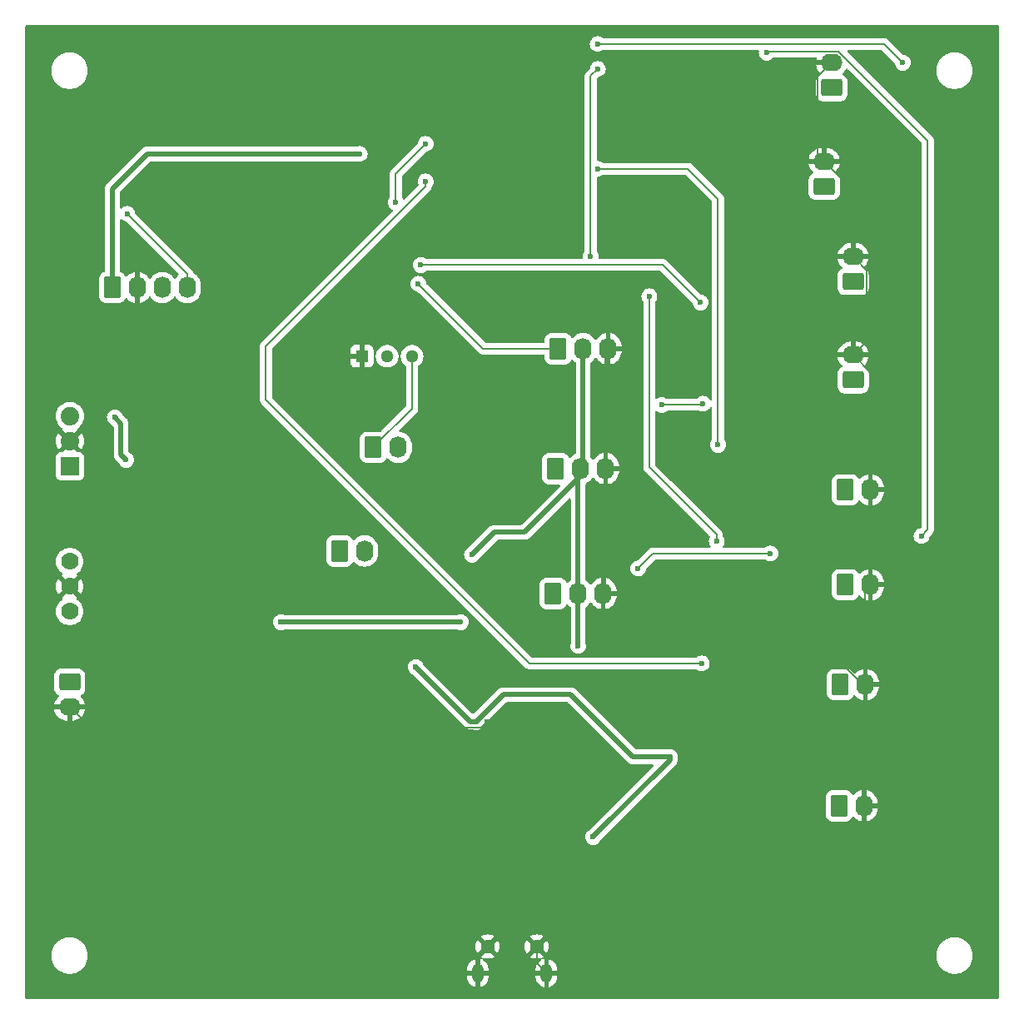
<source format=gbr>
%TF.GenerationSoftware,KiCad,Pcbnew,8.0.8*%
%TF.CreationDate,2025-04-06T12:17:53-05:00*%
%TF.ProjectId,ECE 445 PCBWay Order 4,45434520-3434-4352-9050-434257617920,rev?*%
%TF.SameCoordinates,Original*%
%TF.FileFunction,Copper,L2,Bot*%
%TF.FilePolarity,Positive*%
%FSLAX46Y46*%
G04 Gerber Fmt 4.6, Leading zero omitted, Abs format (unit mm)*
G04 Created by KiCad (PCBNEW 8.0.8) date 2025-04-06 12:17:53*
%MOMM*%
%LPD*%
G01*
G04 APERTURE LIST*
G04 Aperture macros list*
%AMRoundRect*
0 Rectangle with rounded corners*
0 $1 Rounding radius*
0 $2 $3 $4 $5 $6 $7 $8 $9 X,Y pos of 4 corners*
0 Add a 4 corners polygon primitive as box body*
4,1,4,$2,$3,$4,$5,$6,$7,$8,$9,$2,$3,0*
0 Add four circle primitives for the rounded corners*
1,1,$1+$1,$2,$3*
1,1,$1+$1,$4,$5*
1,1,$1+$1,$6,$7*
1,1,$1+$1,$8,$9*
0 Add four rect primitives between the rounded corners*
20,1,$1+$1,$2,$3,$4,$5,0*
20,1,$1+$1,$4,$5,$6,$7,0*
20,1,$1+$1,$6,$7,$8,$9,0*
20,1,$1+$1,$8,$9,$2,$3,0*%
G04 Aperture macros list end*
%TA.AperFunction,ComponentPad*%
%ADD10RoundRect,0.250000X-0.620000X-0.845000X0.620000X-0.845000X0.620000X0.845000X-0.620000X0.845000X0*%
%TD*%
%TA.AperFunction,ComponentPad*%
%ADD11O,1.740000X2.190000*%
%TD*%
%TA.AperFunction,ComponentPad*%
%ADD12RoundRect,0.250000X0.845000X-0.620000X0.845000X0.620000X-0.845000X0.620000X-0.845000X-0.620000X0*%
%TD*%
%TA.AperFunction,ComponentPad*%
%ADD13O,2.190000X1.740000*%
%TD*%
%TA.AperFunction,ComponentPad*%
%ADD14R,1.879600X1.879600*%
%TD*%
%TA.AperFunction,ComponentPad*%
%ADD15C,1.879600*%
%TD*%
%TA.AperFunction,ComponentPad*%
%ADD16R,1.298000X1.298000*%
%TD*%
%TA.AperFunction,ComponentPad*%
%ADD17C,1.298000*%
%TD*%
%TA.AperFunction,ComponentPad*%
%ADD18C,1.778000*%
%TD*%
%TA.AperFunction,HeatsinkPad*%
%ADD19C,0.600000*%
%TD*%
%TA.AperFunction,HeatsinkPad*%
%ADD20O,1.200000X1.900000*%
%TD*%
%TA.AperFunction,HeatsinkPad*%
%ADD21C,1.450000*%
%TD*%
%TA.AperFunction,ComponentPad*%
%ADD22RoundRect,0.250000X-0.845000X0.620000X-0.845000X-0.620000X0.845000X-0.620000X0.845000X0.620000X0*%
%TD*%
%TA.AperFunction,ViaPad*%
%ADD23C,0.600000*%
%TD*%
%TA.AperFunction,Conductor*%
%ADD24C,0.200000*%
%TD*%
%TA.AperFunction,Conductor*%
%ADD25C,0.500000*%
%TD*%
G04 APERTURE END LIST*
D10*
%TO.P,J16,1,Pin_1*%
%TO.N,Net-(J14-Pin_1)*%
X132461000Y-93853000D03*
D11*
%TO.P,J16,2,Pin_2*%
%TO.N,+3.3V*%
X135001000Y-93853000D03*
%TD*%
D12*
%TO.P,J4,1,Pin_1*%
%TO.N,Net-(J4-Pin_1)*%
X181737000Y-56769000D03*
D13*
%TO.P,J4,2,Pin_2*%
%TO.N,GND*%
X181737000Y-54229000D03*
%TD*%
D10*
%TO.P,J14,1,Pin_1*%
%TO.N,Net-(J14-Pin_1)*%
X135890000Y-83312000D03*
D11*
%TO.P,J14,2,Pin_2*%
%TO.N,+3.3V*%
X138430000Y-83312000D03*
%TD*%
D10*
%TO.P,J11,1,Pin_1*%
%TO.N,/Servo Signal 1*%
X154178000Y-98171000D03*
D11*
%TO.P,J11,2,Pin_2*%
%TO.N,+5V*%
X156718000Y-98171000D03*
%TO.P,J11,3,Pin_3*%
%TO.N,GND*%
X159258000Y-98171000D03*
%TD*%
D14*
%TO.P,U6,1,IN*%
%TO.N,+5V*%
X105029000Y-85217000D03*
D15*
%TO.P,U6,2,GND*%
%TO.N,GND*%
X105029000Y-82677000D03*
%TO.P,U6,3,OUT*%
%TO.N,+3.3V*%
X105029000Y-80137000D03*
%TD*%
D16*
%TO.P,Q1,1*%
%TO.N,GND*%
X134747000Y-74041000D03*
D17*
%TO.P,Q1,2*%
%TO.N,Net-(Q1-Pad2)*%
X137287000Y-74041000D03*
%TO.P,Q1,3*%
%TO.N,Net-(J14-Pin_1)*%
X139827000Y-74041000D03*
%TD*%
D12*
%TO.P,J15,1,Pin_1*%
%TO.N,Net-(J15-Pin_1)*%
X184678000Y-76454000D03*
D13*
%TO.P,J15,2,Pin_2*%
%TO.N,GND*%
X184678000Y-73914000D03*
%TD*%
D10*
%TO.P,J9,1,Pin_1*%
%TO.N,Net-(J9-Pin_1)*%
X183388000Y-107442000D03*
D11*
%TO.P,J9,2,Pin_2*%
%TO.N,GND*%
X185928000Y-107442000D03*
%TD*%
D12*
%TO.P,J6,1,Pin_1*%
%TO.N,Net-(J6-Pin_1)*%
X182499000Y-46736000D03*
D13*
%TO.P,J6,2,Pin_2*%
%TO.N,GND*%
X182499000Y-44196000D03*
%TD*%
D10*
%TO.P,J1,1,Pin_1*%
%TO.N,+3.3V*%
X109347000Y-67056000D03*
D11*
%TO.P,J1,2,Pin_2*%
%TO.N,GND*%
X111887000Y-67056000D03*
%TO.P,J1,3,Pin_3*%
%TO.N,/Signal +*%
X114427000Y-67056000D03*
%TO.P,J1,4,Pin_4*%
%TO.N,/Singal -*%
X116967000Y-67056000D03*
%TD*%
D10*
%TO.P,J12,1,Pin_1*%
%TO.N,/Servo Signal 2*%
X154432000Y-85471000D03*
D11*
%TO.P,J12,2,Pin_2*%
%TO.N,+5V*%
X156972000Y-85471000D03*
%TO.P,J12,3,Pin_3*%
%TO.N,GND*%
X159512000Y-85471000D03*
%TD*%
D10*
%TO.P,J8,1,Pin_1*%
%TO.N,Net-(J8-Pin_1)*%
X183896000Y-97282000D03*
D11*
%TO.P,J8,2,Pin_2*%
%TO.N,GND*%
X186436000Y-97282000D03*
%TD*%
D10*
%TO.P,J10,1,Pin_1*%
%TO.N,Net-(J10-Pin_1)*%
X183896000Y-87630000D03*
D11*
%TO.P,J10,2,Pin_2*%
%TO.N,GND*%
X186436000Y-87630000D03*
%TD*%
D18*
%TO.P,U5,1,INPUT*%
%TO.N,Net-(J3-Pin_1)*%
X105000000Y-100000000D03*
%TO.P,U5,2,GROUND*%
%TO.N,GND*%
X105000000Y-97460000D03*
%TO.P,U5,3,OUTPUT*%
%TO.N,+5V*%
X105000000Y-94920000D03*
%TD*%
D10*
%TO.P,J13,1,Pin_1*%
%TO.N,/Servo Signal 3*%
X154686000Y-73279000D03*
D11*
%TO.P,J13,2,Pin_2*%
%TO.N,+5V*%
X157226000Y-73279000D03*
%TO.P,J13,3,Pin_3*%
%TO.N,GND*%
X159766000Y-73279000D03*
%TD*%
D19*
%TO.P,U1,39,GND*%
%TO.N,GND*%
X149860000Y-49441000D03*
X149860000Y-48041000D03*
X149160000Y-50141000D03*
X149160000Y-48741000D03*
X149160000Y-47341000D03*
X148435000Y-49441000D03*
X148435000Y-48041000D03*
X147760000Y-50141000D03*
X147760000Y-48741000D03*
X147760000Y-47341000D03*
X147060000Y-49441000D03*
X147060000Y-48041000D03*
%TD*%
D20*
%TO.P,J2,6,Shield*%
%TO.N,GND*%
X146500000Y-136779000D03*
D21*
X147500000Y-134079000D03*
X152500000Y-134079000D03*
D20*
X153500000Y-136779000D03*
%TD*%
D12*
%TO.P,J5,1,Pin_1*%
%TO.N,Net-(J5-Pin_1)*%
X184678000Y-66454000D03*
D13*
%TO.P,J5,2,Pin_2*%
%TO.N,GND*%
X184678000Y-63914000D03*
%TD*%
D10*
%TO.P,J7,1,Pin_1*%
%TO.N,Net-(J7-Pin_1)*%
X183261000Y-119761000D03*
D11*
%TO.P,J7,2,Pin_2*%
%TO.N,GND*%
X185801000Y-119761000D03*
%TD*%
D22*
%TO.P,J3,1,Pin_1*%
%TO.N,Net-(J3-Pin_1)*%
X105000000Y-107188000D03*
D13*
%TO.P,J3,2,Pin_2*%
%TO.N,GND*%
X105000000Y-109728000D03*
%TD*%
D23*
%TO.N,GND*%
X147447000Y-111252000D03*
X144250000Y-58781000D03*
%TO.N,+5V*%
X156718000Y-103505000D03*
X144780000Y-101092000D03*
X126492000Y-101092000D03*
X145923000Y-94234000D03*
%TO.N,+3.3V*%
X140208000Y-105664000D03*
X134501000Y-53467000D03*
X109601000Y-80264000D03*
X166048500Y-114797000D03*
X146312000Y-111252000D03*
X110744000Y-84582000D03*
X158242000Y-122936000D03*
%TO.N,/Singal -*%
X110871000Y-59563000D03*
%TO.N,/Servo Signal 1*%
X162814000Y-95631000D03*
X176276000Y-94107000D03*
X191643000Y-92329000D03*
X175895000Y-43180000D03*
%TO.N,/Servo Signal 2*%
X158710000Y-42291000D03*
X189738000Y-44196000D03*
X169418000Y-78867000D03*
X165227000Y-78994000D03*
%TO.N,/Servo Signal 3*%
X141210000Y-52451000D03*
X140462000Y-66675000D03*
X138176000Y-58420000D03*
%TO.N,/Container 1 LED*%
X170815000Y-92837000D03*
X163957000Y-67945000D03*
%TO.N,/Container 2 LED*%
X169291000Y-105283000D03*
X141210000Y-56261000D03*
%TO.N,/Container 3 LED*%
X170942000Y-83058000D03*
X158710000Y-54991000D03*
%TO.N,/Bluetooth LED*%
X169164000Y-68580000D03*
X140716000Y-64770000D03*
%TO.N,/TXD0*%
X158710000Y-44831000D03*
X157988000Y-63881000D03*
%TD*%
D24*
%TO.N,/Servo Signal 1*%
X191643000Y-92329000D02*
X192278000Y-91694000D01*
X192278000Y-91694000D02*
X192278000Y-52095370D01*
X192278000Y-52095370D02*
X183208630Y-43026000D01*
X183208630Y-43026000D02*
X176049000Y-43026000D01*
X176049000Y-43026000D02*
X175895000Y-43180000D01*
%TO.N,GND*%
X186073000Y-72519000D02*
X184678000Y-73914000D01*
X134747000Y-68284000D02*
X144250000Y-58781000D01*
X146847000Y-111852000D02*
X147447000Y-111252000D01*
X105000000Y-109728000D02*
X107124000Y-111852000D01*
X159258000Y-98171000D02*
X176366744Y-98171000D01*
X184678000Y-63914000D02*
X186073000Y-65309000D01*
X181104000Y-53596000D02*
X181104000Y-45591000D01*
X159512000Y-73533000D02*
X159766000Y-73279000D01*
X181104000Y-45591000D02*
X182499000Y-44196000D01*
X185637744Y-107442000D02*
X185928000Y-107442000D01*
X186436000Y-87630000D02*
X186436000Y-75672000D01*
X181737000Y-54229000D02*
X181104000Y-53596000D01*
X185928000Y-97790000D02*
X186436000Y-97282000D01*
X185801000Y-107569000D02*
X185928000Y-107442000D01*
X146500000Y-135079000D02*
X147500000Y-134079000D01*
X107124000Y-111852000D02*
X146847000Y-111852000D01*
X186436000Y-97282000D02*
X186436000Y-87630000D01*
X159512000Y-85471000D02*
X159512000Y-97917000D01*
X152500000Y-135779000D02*
X153500000Y-136779000D01*
X159512000Y-85471000D02*
X159512000Y-73533000D01*
X152500000Y-134079000D02*
X152500000Y-135779000D01*
X185928000Y-107442000D02*
X185928000Y-97790000D01*
X186073000Y-65309000D02*
X186073000Y-72519000D01*
X176366744Y-98171000D02*
X185637744Y-107442000D01*
X159512000Y-97917000D02*
X159258000Y-98171000D01*
X184678000Y-57170000D02*
X181737000Y-54229000D01*
X185801000Y-119761000D02*
X185801000Y-107569000D01*
X184678000Y-63914000D02*
X184678000Y-57170000D01*
X134747000Y-74041000D02*
X134747000Y-68284000D01*
X186436000Y-75672000D02*
X184678000Y-73914000D01*
X146500000Y-136779000D02*
X146500000Y-135079000D01*
D25*
%TO.N,+5V*%
X157226000Y-85217000D02*
X156972000Y-85471000D01*
X148209000Y-91948000D02*
X151257000Y-91948000D01*
X145923000Y-94234000D02*
X148209000Y-91948000D01*
X156972000Y-85471000D02*
X156972000Y-85598000D01*
X126492000Y-101092000D02*
X144780000Y-101092000D01*
X151257000Y-91948000D02*
X156972000Y-86233000D01*
X156718000Y-98171000D02*
X156718000Y-103505000D01*
X156972000Y-86233000D02*
X156972000Y-85471000D01*
X157226000Y-73279000D02*
X157226000Y-85217000D01*
X156718000Y-85852000D02*
X156718000Y-98171000D01*
X156972000Y-85598000D02*
X156718000Y-85852000D01*
%TO.N,+3.3V*%
X155956000Y-108458000D02*
X149106000Y-108458000D01*
X166048500Y-115129500D02*
X166048500Y-114797000D01*
X162295000Y-114797000D02*
X155956000Y-108458000D01*
X158242000Y-122936000D02*
X166048500Y-115129500D01*
X112903000Y-53467000D02*
X134501000Y-53467000D01*
X149106000Y-108458000D02*
X146312000Y-111252000D01*
X109347000Y-57023000D02*
X112903000Y-53467000D01*
X110236000Y-84074000D02*
X110744000Y-84582000D01*
X110236000Y-80899000D02*
X110236000Y-84074000D01*
X140208000Y-105664000D02*
X145796000Y-111252000D01*
X109601000Y-80264000D02*
X110236000Y-80899000D01*
X145796000Y-111252000D02*
X146312000Y-111252000D01*
X109347000Y-67056000D02*
X109347000Y-57023000D01*
X166048500Y-114797000D02*
X162295000Y-114797000D01*
D24*
%TO.N,/Singal -*%
X116967000Y-65659000D02*
X110871000Y-59563000D01*
X116967000Y-67056000D02*
X116967000Y-65659000D01*
%TO.N,/Servo Signal 1*%
X164338000Y-94107000D02*
X162814000Y-95631000D01*
X176276000Y-94107000D02*
X164338000Y-94107000D01*
%TO.N,/Servo Signal 2*%
X189738000Y-44196000D02*
X187833000Y-42291000D01*
X169291000Y-78994000D02*
X169418000Y-78867000D01*
X187833000Y-42291000D02*
X158710000Y-42291000D01*
X165227000Y-78994000D02*
X169291000Y-78994000D01*
%TO.N,/Servo Signal 3*%
X147066000Y-73279000D02*
X140462000Y-66675000D01*
X154686000Y-73279000D02*
X147066000Y-73279000D01*
X138176000Y-55485000D02*
X141210000Y-52451000D01*
X138176000Y-58420000D02*
X138176000Y-55485000D01*
%TO.N,Net-(J14-Pin_1)*%
X139827000Y-79375000D02*
X135890000Y-83312000D01*
X139827000Y-74041000D02*
X139827000Y-79375000D01*
%TO.N,/Container 1 LED*%
X170815000Y-92837000D02*
X170815000Y-92202000D01*
X163957000Y-85344000D02*
X163957000Y-67945000D01*
X170815000Y-92202000D02*
X163957000Y-85344000D01*
%TO.N,/Container 2 LED*%
X169291000Y-105283000D02*
X151765000Y-105283000D01*
X124968000Y-78486000D02*
X124968000Y-73025000D01*
X151765000Y-105283000D02*
X124968000Y-78486000D01*
X124968000Y-73025000D02*
X141210000Y-56783000D01*
X141210000Y-56783000D02*
X141210000Y-56261000D01*
%TO.N,/Container 3 LED*%
X170942000Y-58039000D02*
X167894000Y-54991000D01*
X167894000Y-54991000D02*
X158710000Y-54991000D01*
X170942000Y-83058000D02*
X170942000Y-58039000D01*
%TO.N,/Bluetooth LED*%
X165354000Y-64770000D02*
X140716000Y-64770000D01*
X169164000Y-68580000D02*
X165354000Y-64770000D01*
%TO.N,/TXD0*%
X157988000Y-45553000D02*
X158710000Y-44831000D01*
X157988000Y-63881000D02*
X157988000Y-45553000D01*
%TD*%
%TA.AperFunction,Conductor*%
%TO.N,GND*%
G36*
X110302703Y-60127227D02*
G01*
X110309181Y-60133259D01*
X110368738Y-60192816D01*
X110521478Y-60288789D01*
X110691745Y-60348368D01*
X110778669Y-60358161D01*
X110843080Y-60385226D01*
X110852465Y-60393700D01*
X116071611Y-65612846D01*
X116105096Y-65674169D01*
X116100112Y-65743861D01*
X116071612Y-65788208D01*
X115921640Y-65938180D01*
X115797318Y-66109294D01*
X115741988Y-66151959D01*
X115672374Y-66157938D01*
X115610579Y-66125332D01*
X115596682Y-66109294D01*
X115574435Y-66078674D01*
X115472359Y-65938179D01*
X115319821Y-65785641D01*
X115145299Y-65658843D01*
X114953089Y-65560908D01*
X114747926Y-65494246D01*
X114747924Y-65494245D01*
X114747922Y-65494245D01*
X114534866Y-65460500D01*
X114534861Y-65460500D01*
X114319139Y-65460500D01*
X114319134Y-65460500D01*
X114106077Y-65494245D01*
X113900908Y-65560909D01*
X113708700Y-65658843D01*
X113632773Y-65714008D01*
X113534179Y-65785641D01*
X113534177Y-65785643D01*
X113534176Y-65785643D01*
X113381642Y-65938177D01*
X113257008Y-66109720D01*
X113201677Y-66152385D01*
X113132064Y-66158364D01*
X113070269Y-66125758D01*
X113056372Y-66109720D01*
X112931974Y-65938503D01*
X112931974Y-65938502D01*
X112779497Y-65786025D01*
X112605036Y-65659271D01*
X112412899Y-65561372D01*
X112207805Y-65494733D01*
X112137000Y-65483518D01*
X112137000Y-66513290D01*
X112116661Y-66501548D01*
X111965333Y-66461000D01*
X111808667Y-66461000D01*
X111657339Y-66501548D01*
X111637000Y-66513290D01*
X111637000Y-65483518D01*
X111636999Y-65483518D01*
X111566194Y-65494733D01*
X111361100Y-65561372D01*
X111168963Y-65659271D01*
X110994506Y-65786022D01*
X110852420Y-65928108D01*
X110791097Y-65961592D01*
X110721405Y-65956608D01*
X110665472Y-65914736D01*
X110652356Y-65892828D01*
X110651816Y-65891670D01*
X110650559Y-65889632D01*
X110559712Y-65742344D01*
X110435656Y-65618288D01*
X110342628Y-65560908D01*
X110286336Y-65526187D01*
X110286335Y-65526186D01*
X110286334Y-65526186D01*
X110182495Y-65491777D01*
X110125051Y-65452004D01*
X110098228Y-65387488D01*
X110097500Y-65374071D01*
X110097500Y-60220940D01*
X110117185Y-60153901D01*
X110169989Y-60108146D01*
X110239147Y-60098202D01*
X110302703Y-60127227D01*
G37*
%TD.AperFunction*%
%TA.AperFunction,Conductor*%
G36*
X199442539Y-40395185D02*
G01*
X199488294Y-40447989D01*
X199499500Y-40499500D01*
X199499500Y-139250500D01*
X199479815Y-139317539D01*
X199427011Y-139363294D01*
X199375500Y-139374500D01*
X100624500Y-139374500D01*
X100557461Y-139354815D01*
X100511706Y-139302011D01*
X100500500Y-139250500D01*
X100500500Y-134878711D01*
X103149500Y-134878711D01*
X103149500Y-135121288D01*
X103181161Y-135361785D01*
X103243947Y-135596104D01*
X103336773Y-135820205D01*
X103336776Y-135820212D01*
X103458064Y-136030289D01*
X103458066Y-136030292D01*
X103458067Y-136030293D01*
X103605733Y-136222736D01*
X103605739Y-136222743D01*
X103777256Y-136394260D01*
X103777262Y-136394265D01*
X103969711Y-136541936D01*
X104179788Y-136663224D01*
X104403900Y-136756054D01*
X104638211Y-136818838D01*
X104818586Y-136842584D01*
X104878711Y-136850500D01*
X104878712Y-136850500D01*
X105121289Y-136850500D01*
X105169388Y-136844167D01*
X105361789Y-136818838D01*
X105596100Y-136756054D01*
X105820212Y-136663224D01*
X106030289Y-136541936D01*
X106222738Y-136394265D01*
X106274575Y-136342428D01*
X145400000Y-136342428D01*
X145400000Y-136529000D01*
X146200000Y-136529000D01*
X146200000Y-137029000D01*
X145400000Y-137029000D01*
X145400000Y-137215571D01*
X145427085Y-137386584D01*
X145480591Y-137551257D01*
X145559195Y-137705524D01*
X145660967Y-137845602D01*
X145783397Y-137968032D01*
X145923475Y-138069804D01*
X146077744Y-138148408D01*
X146242415Y-138201914D01*
X146242414Y-138201914D01*
X146249999Y-138203115D01*
X146250000Y-138203114D01*
X146250000Y-137295988D01*
X146259940Y-137313205D01*
X146315795Y-137369060D01*
X146384204Y-137408556D01*
X146460504Y-137429000D01*
X146539496Y-137429000D01*
X146615796Y-137408556D01*
X146684205Y-137369060D01*
X146740060Y-137313205D01*
X146750000Y-137295988D01*
X146750000Y-138203115D01*
X146757584Y-138201914D01*
X146922255Y-138148408D01*
X147076524Y-138069804D01*
X147216602Y-137968032D01*
X147339032Y-137845602D01*
X147440804Y-137705524D01*
X147519408Y-137551257D01*
X147572914Y-137386584D01*
X147600000Y-137215571D01*
X147600000Y-137029000D01*
X146800000Y-137029000D01*
X146800000Y-136529000D01*
X147600000Y-136529000D01*
X147600000Y-136342428D01*
X147572914Y-136171415D01*
X147519408Y-136006742D01*
X147440804Y-135852475D01*
X147339032Y-135712397D01*
X147216602Y-135589967D01*
X147076522Y-135488194D01*
X147074414Y-135487120D01*
X147073755Y-135486498D01*
X147072373Y-135485651D01*
X147072551Y-135485360D01*
X147023619Y-135439146D01*
X147006824Y-135371325D01*
X147029362Y-135305190D01*
X147084077Y-135261739D01*
X147153598Y-135254767D01*
X147162804Y-135256861D01*
X147286465Y-135289996D01*
X147286472Y-135289997D01*
X147499999Y-135308679D01*
X147500001Y-135308679D01*
X147713527Y-135289997D01*
X147713537Y-135289995D01*
X147920567Y-135234522D01*
X147920576Y-135234518D01*
X148114839Y-135143933D01*
X148171621Y-135104173D01*
X147568173Y-134500725D01*
X147664044Y-134475037D01*
X147760956Y-134419084D01*
X147840084Y-134339956D01*
X147896037Y-134243044D01*
X147921725Y-134147172D01*
X148525173Y-134750621D01*
X148564933Y-134693839D01*
X148655518Y-134499576D01*
X148655522Y-134499567D01*
X148710995Y-134292537D01*
X148710997Y-134292527D01*
X148729679Y-134079000D01*
X148729679Y-134078999D01*
X151270321Y-134078999D01*
X151270321Y-134079000D01*
X151289002Y-134292527D01*
X151289004Y-134292537D01*
X151344477Y-134499567D01*
X151344481Y-134499576D01*
X151435066Y-134693838D01*
X151435067Y-134693840D01*
X151474825Y-134750620D01*
X151474825Y-134750621D01*
X152078274Y-134147171D01*
X152103963Y-134243044D01*
X152159916Y-134339956D01*
X152239044Y-134419084D01*
X152335956Y-134475037D01*
X152431827Y-134500725D01*
X151828377Y-135104173D01*
X151885161Y-135143933D01*
X152079423Y-135234518D01*
X152079432Y-135234522D01*
X152286462Y-135289995D01*
X152286472Y-135289997D01*
X152499999Y-135308679D01*
X152500001Y-135308679D01*
X152713527Y-135289997D01*
X152713533Y-135289996D01*
X152837195Y-135256861D01*
X152907045Y-135258524D01*
X152964908Y-135297686D01*
X152992412Y-135361915D01*
X152980826Y-135430817D01*
X152933827Y-135482517D01*
X152925591Y-135487117D01*
X152923479Y-135488193D01*
X152783397Y-135589967D01*
X152660967Y-135712397D01*
X152559195Y-135852475D01*
X152480591Y-136006742D01*
X152427085Y-136171415D01*
X152400000Y-136342428D01*
X152400000Y-136529000D01*
X153200000Y-136529000D01*
X153200000Y-137029000D01*
X152400000Y-137029000D01*
X152400000Y-137215571D01*
X152427085Y-137386584D01*
X152480591Y-137551257D01*
X152559195Y-137705524D01*
X152660967Y-137845602D01*
X152783397Y-137968032D01*
X152923475Y-138069804D01*
X153077744Y-138148408D01*
X153242415Y-138201914D01*
X153242414Y-138201914D01*
X153249999Y-138203115D01*
X153250000Y-138203114D01*
X153250000Y-137295988D01*
X153259940Y-137313205D01*
X153315795Y-137369060D01*
X153384204Y-137408556D01*
X153460504Y-137429000D01*
X153539496Y-137429000D01*
X153615796Y-137408556D01*
X153684205Y-137369060D01*
X153740060Y-137313205D01*
X153750000Y-137295988D01*
X153750000Y-138203115D01*
X153757584Y-138201914D01*
X153922255Y-138148408D01*
X154076524Y-138069804D01*
X154216602Y-137968032D01*
X154339032Y-137845602D01*
X154440804Y-137705524D01*
X154519408Y-137551257D01*
X154572914Y-137386584D01*
X154600000Y-137215571D01*
X154600000Y-137029000D01*
X153800000Y-137029000D01*
X153800000Y-136529000D01*
X154600000Y-136529000D01*
X154600000Y-136342428D01*
X154572914Y-136171415D01*
X154519408Y-136006742D01*
X154440804Y-135852475D01*
X154339032Y-135712397D01*
X154216602Y-135589967D01*
X154076524Y-135488195D01*
X153922257Y-135409591D01*
X153757589Y-135356087D01*
X153757581Y-135356085D01*
X153750000Y-135354884D01*
X153750000Y-136262011D01*
X153740060Y-136244795D01*
X153684205Y-136188940D01*
X153615796Y-136149444D01*
X153539496Y-136129000D01*
X153460504Y-136129000D01*
X153384204Y-136149444D01*
X153315795Y-136188940D01*
X153259940Y-136244795D01*
X153250000Y-136262011D01*
X153250000Y-135354884D01*
X153249999Y-135354884D01*
X153242418Y-135356085D01*
X153242407Y-135356088D01*
X153228169Y-135360714D01*
X153158328Y-135362706D01*
X153098497Y-135326623D01*
X153067671Y-135263921D01*
X153075639Y-135194507D01*
X153118733Y-135141206D01*
X153171621Y-135104173D01*
X152946159Y-134878711D01*
X193149500Y-134878711D01*
X193149500Y-135121288D01*
X193181161Y-135361785D01*
X193243947Y-135596104D01*
X193336773Y-135820205D01*
X193336776Y-135820212D01*
X193458064Y-136030289D01*
X193458066Y-136030292D01*
X193458067Y-136030293D01*
X193605733Y-136222736D01*
X193605739Y-136222743D01*
X193777256Y-136394260D01*
X193777262Y-136394265D01*
X193969711Y-136541936D01*
X194179788Y-136663224D01*
X194403900Y-136756054D01*
X194638211Y-136818838D01*
X194818586Y-136842584D01*
X194878711Y-136850500D01*
X194878712Y-136850500D01*
X195121289Y-136850500D01*
X195169388Y-136844167D01*
X195361789Y-136818838D01*
X195596100Y-136756054D01*
X195820212Y-136663224D01*
X196030289Y-136541936D01*
X196222738Y-136394265D01*
X196394265Y-136222738D01*
X196541936Y-136030289D01*
X196663224Y-135820212D01*
X196756054Y-135596100D01*
X196818838Y-135361789D01*
X196850500Y-135121288D01*
X196850500Y-134878712D01*
X196818838Y-134638211D01*
X196756054Y-134403900D01*
X196663224Y-134179788D01*
X196541936Y-133969711D01*
X196394265Y-133777262D01*
X196394260Y-133777256D01*
X196222743Y-133605739D01*
X196222736Y-133605733D01*
X196030293Y-133458067D01*
X196030292Y-133458066D01*
X196030289Y-133458064D01*
X195820212Y-133336776D01*
X195820205Y-133336773D01*
X195596104Y-133243947D01*
X195361785Y-133181161D01*
X195121289Y-133149500D01*
X195121288Y-133149500D01*
X194878712Y-133149500D01*
X194878711Y-133149500D01*
X194638214Y-133181161D01*
X194403895Y-133243947D01*
X194179794Y-133336773D01*
X194179785Y-133336777D01*
X193969706Y-133458067D01*
X193777263Y-133605733D01*
X193777256Y-133605739D01*
X193605739Y-133777256D01*
X193605733Y-133777263D01*
X193458067Y-133969706D01*
X193336777Y-134179785D01*
X193336773Y-134179794D01*
X193243947Y-134403895D01*
X193181161Y-134638214D01*
X193149500Y-134878711D01*
X152946159Y-134878711D01*
X152568173Y-134500725D01*
X152664044Y-134475037D01*
X152760956Y-134419084D01*
X152840084Y-134339956D01*
X152896037Y-134243044D01*
X152921725Y-134147172D01*
X153525173Y-134750621D01*
X153564933Y-134693839D01*
X153655518Y-134499576D01*
X153655522Y-134499567D01*
X153710995Y-134292537D01*
X153710997Y-134292527D01*
X153729679Y-134079000D01*
X153729679Y-134078999D01*
X153710997Y-133865472D01*
X153710995Y-133865462D01*
X153655522Y-133658432D01*
X153655518Y-133658423D01*
X153564933Y-133464162D01*
X153525173Y-133407378D01*
X152921725Y-134010826D01*
X152896037Y-133914956D01*
X152840084Y-133818044D01*
X152760956Y-133738916D01*
X152664044Y-133682963D01*
X152568171Y-133657274D01*
X153171621Y-133053825D01*
X153114840Y-133014067D01*
X153114838Y-133014066D01*
X152920576Y-132923481D01*
X152920567Y-132923477D01*
X152713537Y-132868004D01*
X152713527Y-132868002D01*
X152500001Y-132849321D01*
X152499999Y-132849321D01*
X152286472Y-132868002D01*
X152286462Y-132868004D01*
X152079432Y-132923477D01*
X152079423Y-132923481D01*
X151885158Y-133014068D01*
X151828378Y-133053824D01*
X152431828Y-133657274D01*
X152335956Y-133682963D01*
X152239044Y-133738916D01*
X152159916Y-133818044D01*
X152103963Y-133914956D01*
X152078274Y-134010828D01*
X151474824Y-133407378D01*
X151435068Y-133464158D01*
X151344481Y-133658423D01*
X151344477Y-133658432D01*
X151289004Y-133865462D01*
X151289002Y-133865472D01*
X151270321Y-134078999D01*
X148729679Y-134078999D01*
X148710997Y-133865472D01*
X148710995Y-133865462D01*
X148655522Y-133658432D01*
X148655518Y-133658423D01*
X148564933Y-133464162D01*
X148525173Y-133407378D01*
X147921725Y-134010826D01*
X147896037Y-133914956D01*
X147840084Y-133818044D01*
X147760956Y-133738916D01*
X147664044Y-133682963D01*
X147568171Y-133657274D01*
X148171621Y-133053825D01*
X148114840Y-133014067D01*
X148114838Y-133014066D01*
X147920576Y-132923481D01*
X147920567Y-132923477D01*
X147713537Y-132868004D01*
X147713527Y-132868002D01*
X147500001Y-132849321D01*
X147499999Y-132849321D01*
X147286472Y-132868002D01*
X147286462Y-132868004D01*
X147079432Y-132923477D01*
X147079423Y-132923481D01*
X146885158Y-133014068D01*
X146828378Y-133053824D01*
X147431828Y-133657274D01*
X147335956Y-133682963D01*
X147239044Y-133738916D01*
X147159916Y-133818044D01*
X147103963Y-133914956D01*
X147078274Y-134010828D01*
X146474824Y-133407378D01*
X146435068Y-133464158D01*
X146344481Y-133658423D01*
X146344477Y-133658432D01*
X146289004Y-133865462D01*
X146289002Y-133865472D01*
X146270321Y-134078999D01*
X146270321Y-134079000D01*
X146289002Y-134292527D01*
X146289004Y-134292537D01*
X146344477Y-134499567D01*
X146344481Y-134499576D01*
X146435066Y-134693838D01*
X146435067Y-134693840D01*
X146474825Y-134750620D01*
X146474825Y-134750621D01*
X147078274Y-134147171D01*
X147103963Y-134243044D01*
X147159916Y-134339956D01*
X147239044Y-134419084D01*
X147335956Y-134475037D01*
X147431827Y-134500725D01*
X146828377Y-135104173D01*
X146828377Y-135104174D01*
X146881267Y-135141207D01*
X146924892Y-135195783D01*
X146932086Y-135265281D01*
X146900564Y-135327636D01*
X146840334Y-135363051D01*
X146771825Y-135360713D01*
X146757589Y-135356087D01*
X146757581Y-135356085D01*
X146750000Y-135354884D01*
X146750000Y-136262011D01*
X146740060Y-136244795D01*
X146684205Y-136188940D01*
X146615796Y-136149444D01*
X146539496Y-136129000D01*
X146460504Y-136129000D01*
X146384204Y-136149444D01*
X146315795Y-136188940D01*
X146259940Y-136244795D01*
X146250000Y-136262011D01*
X146250000Y-135354884D01*
X146249999Y-135354884D01*
X146242418Y-135356085D01*
X146242410Y-135356087D01*
X146077742Y-135409591D01*
X145923475Y-135488195D01*
X145783397Y-135589967D01*
X145660967Y-135712397D01*
X145559195Y-135852475D01*
X145480591Y-136006742D01*
X145427085Y-136171415D01*
X145400000Y-136342428D01*
X106274575Y-136342428D01*
X106394265Y-136222738D01*
X106541936Y-136030289D01*
X106663224Y-135820212D01*
X106756054Y-135596100D01*
X106818838Y-135361789D01*
X106850500Y-135121288D01*
X106850500Y-134878712D01*
X106818838Y-134638211D01*
X106756054Y-134403900D01*
X106663224Y-134179788D01*
X106541936Y-133969711D01*
X106394265Y-133777262D01*
X106394260Y-133777256D01*
X106222743Y-133605739D01*
X106222736Y-133605733D01*
X106030293Y-133458067D01*
X106030292Y-133458066D01*
X106030289Y-133458064D01*
X105820212Y-133336776D01*
X105820205Y-133336773D01*
X105596104Y-133243947D01*
X105361785Y-133181161D01*
X105121289Y-133149500D01*
X105121288Y-133149500D01*
X104878712Y-133149500D01*
X104878711Y-133149500D01*
X104638214Y-133181161D01*
X104403895Y-133243947D01*
X104179794Y-133336773D01*
X104179785Y-133336777D01*
X103969706Y-133458067D01*
X103777263Y-133605733D01*
X103777256Y-133605739D01*
X103605739Y-133777256D01*
X103605733Y-133777263D01*
X103458067Y-133969706D01*
X103336777Y-134179785D01*
X103336773Y-134179794D01*
X103243947Y-134403895D01*
X103181161Y-134638214D01*
X103149500Y-134878711D01*
X100500500Y-134878711D01*
X100500500Y-106517983D01*
X103404500Y-106517983D01*
X103404500Y-107858001D01*
X103404501Y-107858018D01*
X103415000Y-107960796D01*
X103415001Y-107960799D01*
X103440252Y-108037000D01*
X103470186Y-108127334D01*
X103562288Y-108276656D01*
X103686344Y-108400712D01*
X103835666Y-108492814D01*
X103835667Y-108492814D01*
X103835670Y-108492816D01*
X103836828Y-108493356D01*
X103837488Y-108493937D01*
X103841813Y-108496605D01*
X103841357Y-108497343D01*
X103889268Y-108539527D01*
X103908422Y-108606720D01*
X103888208Y-108673601D01*
X103872108Y-108693420D01*
X103730022Y-108835506D01*
X103603271Y-109009963D01*
X103505372Y-109202098D01*
X103438733Y-109407190D01*
X103427519Y-109478000D01*
X104457291Y-109478000D01*
X104445548Y-109498339D01*
X104405000Y-109649667D01*
X104405000Y-109806333D01*
X104445548Y-109957661D01*
X104457291Y-109978000D01*
X103427519Y-109978000D01*
X103438733Y-110048809D01*
X103505372Y-110253901D01*
X103603271Y-110446036D01*
X103730025Y-110620496D01*
X103730025Y-110620497D01*
X103882502Y-110772974D01*
X104056963Y-110899728D01*
X104249098Y-110997627D01*
X104454190Y-111064265D01*
X104667180Y-111098000D01*
X104750000Y-111098000D01*
X104750000Y-110270709D01*
X104770339Y-110282452D01*
X104921667Y-110323000D01*
X105078333Y-110323000D01*
X105229661Y-110282452D01*
X105250000Y-110270709D01*
X105250000Y-111098000D01*
X105332820Y-111098000D01*
X105545809Y-111064265D01*
X105750901Y-110997627D01*
X105943036Y-110899728D01*
X106117496Y-110772974D01*
X106117497Y-110772974D01*
X106269974Y-110620497D01*
X106269974Y-110620496D01*
X106396728Y-110446036D01*
X106494627Y-110253901D01*
X106561266Y-110048809D01*
X106572481Y-109978000D01*
X105542709Y-109978000D01*
X105554452Y-109957661D01*
X105595000Y-109806333D01*
X105595000Y-109649667D01*
X105554452Y-109498339D01*
X105542709Y-109478000D01*
X106572481Y-109478000D01*
X106561266Y-109407190D01*
X106494627Y-109202098D01*
X106396728Y-109009963D01*
X106269974Y-108835503D01*
X106269974Y-108835502D01*
X106127892Y-108693420D01*
X106094407Y-108632097D01*
X106099391Y-108562405D01*
X106141263Y-108506472D01*
X106163177Y-108493353D01*
X106164323Y-108492817D01*
X106164334Y-108492814D01*
X106313656Y-108400712D01*
X106437712Y-108276656D01*
X106529814Y-108127334D01*
X106584999Y-107960797D01*
X106595500Y-107858009D01*
X106595499Y-106517992D01*
X106587961Y-106444204D01*
X106584999Y-106415203D01*
X106584998Y-106415200D01*
X106554944Y-106324503D01*
X106529814Y-106248666D01*
X106437712Y-106099344D01*
X106313656Y-105975288D01*
X106211349Y-105912185D01*
X106164336Y-105883187D01*
X106164331Y-105883185D01*
X106156931Y-105880733D01*
X105997797Y-105828001D01*
X105997795Y-105828000D01*
X105895010Y-105817500D01*
X104104998Y-105817500D01*
X104104981Y-105817501D01*
X104002203Y-105828000D01*
X104002200Y-105828001D01*
X103835668Y-105883185D01*
X103835663Y-105883187D01*
X103686342Y-105975289D01*
X103562289Y-106099342D01*
X103470187Y-106248663D01*
X103470185Y-106248668D01*
X103460575Y-106277670D01*
X103415001Y-106415203D01*
X103415001Y-106415204D01*
X103415000Y-106415204D01*
X103404500Y-106517983D01*
X100500500Y-106517983D01*
X100500500Y-105663996D01*
X139402435Y-105663996D01*
X139402435Y-105664003D01*
X139422630Y-105843249D01*
X139422631Y-105843254D01*
X139482211Y-106013523D01*
X139578184Y-106166262D01*
X139705738Y-106293816D01*
X139754576Y-106324503D01*
X139858478Y-106389789D01*
X139864754Y-106392811D01*
X139863867Y-106394651D01*
X139899940Y-106417307D01*
X145213048Y-111730415D01*
X145213049Y-111730416D01*
X145317584Y-111834951D01*
X145317585Y-111834952D01*
X145440498Y-111917080D01*
X145440511Y-111917087D01*
X145577082Y-111973656D01*
X145577087Y-111973658D01*
X145577091Y-111973658D01*
X145577092Y-111973659D01*
X145722079Y-112002500D01*
X145722082Y-112002500D01*
X146012028Y-112002500D01*
X146052983Y-112009458D01*
X146132745Y-112037368D01*
X146132750Y-112037369D01*
X146311996Y-112057565D01*
X146312000Y-112057565D01*
X146312004Y-112057565D01*
X146491249Y-112037369D01*
X146491252Y-112037368D01*
X146491255Y-112037368D01*
X146661522Y-111977789D01*
X146814262Y-111881816D01*
X146941816Y-111754262D01*
X147037789Y-111601522D01*
X147037790Y-111601518D01*
X147040811Y-111595246D01*
X147042655Y-111596134D01*
X147065305Y-111560061D01*
X149380549Y-109244819D01*
X149441872Y-109211334D01*
X149468230Y-109208500D01*
X155593770Y-109208500D01*
X155660809Y-109228185D01*
X155681451Y-109244819D01*
X161816586Y-115379954D01*
X161844639Y-115398697D01*
X161886723Y-115426816D01*
X161939505Y-115462084D01*
X161939507Y-115462085D01*
X161939511Y-115462087D01*
X162076082Y-115518656D01*
X162076087Y-115518658D01*
X162076091Y-115518658D01*
X162076092Y-115518659D01*
X162221079Y-115547500D01*
X162221082Y-115547500D01*
X162221083Y-115547500D01*
X162368918Y-115547500D01*
X164269771Y-115547500D01*
X164336810Y-115567185D01*
X164382565Y-115619989D01*
X164392509Y-115689147D01*
X164363484Y-115752703D01*
X164357452Y-115759181D01*
X157933939Y-122182692D01*
X157897872Y-122205359D01*
X157898753Y-122207188D01*
X157892483Y-122210207D01*
X157739737Y-122306184D01*
X157612184Y-122433737D01*
X157516211Y-122586476D01*
X157456631Y-122756745D01*
X157456630Y-122756750D01*
X157436435Y-122935996D01*
X157436435Y-122936003D01*
X157456630Y-123115249D01*
X157456631Y-123115254D01*
X157516211Y-123285523D01*
X157612184Y-123438262D01*
X157739738Y-123565816D01*
X157892478Y-123661789D01*
X158062745Y-123721368D01*
X158062750Y-123721369D01*
X158241996Y-123741565D01*
X158242000Y-123741565D01*
X158242004Y-123741565D01*
X158421249Y-123721369D01*
X158421252Y-123721368D01*
X158421255Y-123721368D01*
X158591522Y-123661789D01*
X158744262Y-123565816D01*
X158871816Y-123438262D01*
X158967789Y-123285522D01*
X158967790Y-123285520D01*
X158970812Y-123279245D01*
X158972652Y-123280131D01*
X158995307Y-123244058D01*
X163373383Y-118865983D01*
X181890500Y-118865983D01*
X181890500Y-120656001D01*
X181890501Y-120656018D01*
X181901000Y-120758796D01*
X181901001Y-120758799D01*
X181938774Y-120872788D01*
X181956186Y-120925334D01*
X182048288Y-121074656D01*
X182172344Y-121198712D01*
X182321666Y-121290814D01*
X182488203Y-121345999D01*
X182590991Y-121356500D01*
X183931008Y-121356499D01*
X184033797Y-121345999D01*
X184200334Y-121290814D01*
X184349656Y-121198712D01*
X184473712Y-121074656D01*
X184565814Y-120925334D01*
X184565817Y-120925323D01*
X184566353Y-120924177D01*
X184566934Y-120923516D01*
X184569605Y-120919187D01*
X184570344Y-120919643D01*
X184612521Y-120871734D01*
X184679713Y-120852577D01*
X184746596Y-120872788D01*
X184766420Y-120888892D01*
X184908502Y-121030974D01*
X185082963Y-121157728D01*
X185275098Y-121255627D01*
X185480190Y-121322266D01*
X185551000Y-121333481D01*
X185551000Y-120303709D01*
X185571339Y-120315452D01*
X185722667Y-120356000D01*
X185879333Y-120356000D01*
X186030661Y-120315452D01*
X186051000Y-120303709D01*
X186051000Y-121333480D01*
X186121809Y-121322266D01*
X186326901Y-121255627D01*
X186519036Y-121157728D01*
X186693496Y-121030974D01*
X186693497Y-121030974D01*
X186845974Y-120878497D01*
X186845974Y-120878496D01*
X186972728Y-120704036D01*
X187070627Y-120511901D01*
X187137265Y-120306809D01*
X187171000Y-120093820D01*
X187171000Y-120011000D01*
X186343709Y-120011000D01*
X186355452Y-119990661D01*
X186396000Y-119839333D01*
X186396000Y-119682667D01*
X186355452Y-119531339D01*
X186343709Y-119511000D01*
X187171000Y-119511000D01*
X187171000Y-119428179D01*
X187137265Y-119215190D01*
X187070627Y-119010098D01*
X186972728Y-118817963D01*
X186845974Y-118643503D01*
X186845974Y-118643502D01*
X186693497Y-118491025D01*
X186519036Y-118364271D01*
X186326899Y-118266372D01*
X186121805Y-118199733D01*
X186051000Y-118188518D01*
X186051000Y-119218290D01*
X186030661Y-119206548D01*
X185879333Y-119166000D01*
X185722667Y-119166000D01*
X185571339Y-119206548D01*
X185551000Y-119218290D01*
X185551000Y-118188518D01*
X185550999Y-118188518D01*
X185480194Y-118199733D01*
X185275100Y-118266372D01*
X185082963Y-118364271D01*
X184908506Y-118491022D01*
X184766420Y-118633108D01*
X184705097Y-118666592D01*
X184635405Y-118661608D01*
X184579472Y-118619736D01*
X184566356Y-118597828D01*
X184565816Y-118596670D01*
X184500654Y-118491025D01*
X184473712Y-118447344D01*
X184349656Y-118323288D01*
X184200334Y-118231186D01*
X184033797Y-118176001D01*
X184033795Y-118176000D01*
X183931010Y-118165500D01*
X182590998Y-118165500D01*
X182590981Y-118165501D01*
X182488203Y-118176000D01*
X182488200Y-118176001D01*
X182321668Y-118231185D01*
X182321663Y-118231187D01*
X182172342Y-118323289D01*
X182048289Y-118447342D01*
X181956187Y-118596663D01*
X181956185Y-118596668D01*
X181955801Y-118597828D01*
X181901001Y-118763203D01*
X181901001Y-118763204D01*
X181901000Y-118763204D01*
X181890500Y-118865983D01*
X163373383Y-118865983D01*
X166631451Y-115607916D01*
X166713584Y-115484995D01*
X166770158Y-115348413D01*
X166799000Y-115203418D01*
X166799000Y-115096972D01*
X166805958Y-115056017D01*
X166833868Y-114976254D01*
X166833869Y-114976249D01*
X166854065Y-114797003D01*
X166854065Y-114796996D01*
X166833869Y-114617750D01*
X166833868Y-114617745D01*
X166774288Y-114447476D01*
X166678315Y-114294737D01*
X166550762Y-114167184D01*
X166398023Y-114071211D01*
X166227754Y-114011631D01*
X166227749Y-114011630D01*
X166048504Y-113991435D01*
X166048496Y-113991435D01*
X165869250Y-114011630D01*
X165869245Y-114011631D01*
X165789483Y-114039542D01*
X165748528Y-114046500D01*
X162657230Y-114046500D01*
X162590191Y-114026815D01*
X162569549Y-114010181D01*
X156434421Y-107875052D01*
X156434414Y-107875046D01*
X156360729Y-107825812D01*
X156360729Y-107825813D01*
X156311491Y-107792913D01*
X156174917Y-107736343D01*
X156174907Y-107736340D01*
X156029920Y-107707500D01*
X156029918Y-107707500D01*
X149032082Y-107707500D01*
X149032076Y-107707500D01*
X149003242Y-107713234D01*
X149003243Y-107713235D01*
X148887093Y-107736339D01*
X148887083Y-107736342D01*
X148807081Y-107769479D01*
X148807082Y-107769480D01*
X148750502Y-107792917D01*
X148701269Y-107825813D01*
X148627588Y-107875044D01*
X148627580Y-107875050D01*
X146141680Y-110360951D01*
X146080357Y-110394436D01*
X146010665Y-110389452D01*
X145966318Y-110360951D01*
X142152350Y-106546983D01*
X182017500Y-106546983D01*
X182017500Y-108337001D01*
X182017501Y-108337018D01*
X182028000Y-108439796D01*
X182028001Y-108439799D01*
X182065774Y-108553788D01*
X182083186Y-108606334D01*
X182175288Y-108755656D01*
X182299344Y-108879712D01*
X182448666Y-108971814D01*
X182615203Y-109026999D01*
X182717991Y-109037500D01*
X184058008Y-109037499D01*
X184160797Y-109026999D01*
X184327334Y-108971814D01*
X184476656Y-108879712D01*
X184600712Y-108755656D01*
X184692814Y-108606334D01*
X184692817Y-108606323D01*
X184693353Y-108605177D01*
X184693934Y-108604516D01*
X184696605Y-108600187D01*
X184697344Y-108600643D01*
X184739521Y-108552734D01*
X184806713Y-108533577D01*
X184873596Y-108553788D01*
X184893420Y-108569892D01*
X185035502Y-108711974D01*
X185209963Y-108838728D01*
X185402098Y-108936627D01*
X185607190Y-109003266D01*
X185678000Y-109014481D01*
X185678000Y-107984709D01*
X185698339Y-107996452D01*
X185849667Y-108037000D01*
X186006333Y-108037000D01*
X186157661Y-107996452D01*
X186178000Y-107984709D01*
X186178000Y-109014480D01*
X186248809Y-109003266D01*
X186453901Y-108936627D01*
X186646036Y-108838728D01*
X186820496Y-108711974D01*
X186820497Y-108711974D01*
X186972974Y-108559497D01*
X186972974Y-108559496D01*
X187099728Y-108385036D01*
X187197627Y-108192901D01*
X187264265Y-107987809D01*
X187298000Y-107774820D01*
X187298000Y-107692000D01*
X186470709Y-107692000D01*
X186482452Y-107671661D01*
X186523000Y-107520333D01*
X186523000Y-107363667D01*
X186482452Y-107212339D01*
X186470709Y-107192000D01*
X187298000Y-107192000D01*
X187298000Y-107109179D01*
X187264265Y-106896190D01*
X187197627Y-106691098D01*
X187099728Y-106498963D01*
X186972974Y-106324503D01*
X186972974Y-106324502D01*
X186820497Y-106172025D01*
X186646036Y-106045271D01*
X186453899Y-105947372D01*
X186248805Y-105880733D01*
X186178000Y-105869518D01*
X186178000Y-106899290D01*
X186157661Y-106887548D01*
X186006333Y-106847000D01*
X185849667Y-106847000D01*
X185698339Y-106887548D01*
X185678000Y-106899290D01*
X185678000Y-105869518D01*
X185677999Y-105869518D01*
X185607194Y-105880733D01*
X185402100Y-105947372D01*
X185209963Y-106045271D01*
X185035506Y-106172022D01*
X184893420Y-106314108D01*
X184832097Y-106347592D01*
X184762405Y-106342608D01*
X184706472Y-106300736D01*
X184693356Y-106278828D01*
X184692816Y-106277670D01*
X184692812Y-106277663D01*
X184600712Y-106128344D01*
X184476656Y-106004288D01*
X184383888Y-105947069D01*
X184327336Y-105912187D01*
X184327331Y-105912185D01*
X184300171Y-105903185D01*
X184160797Y-105857001D01*
X184160795Y-105857000D01*
X184058010Y-105846500D01*
X182717998Y-105846500D01*
X182717981Y-105846501D01*
X182615203Y-105857000D01*
X182615200Y-105857001D01*
X182448668Y-105912185D01*
X182448663Y-105912187D01*
X182299342Y-106004289D01*
X182175289Y-106128342D01*
X182083187Y-106277663D01*
X182083185Y-106277668D01*
X182077834Y-106293816D01*
X182028001Y-106444203D01*
X182028001Y-106444204D01*
X182028000Y-106444204D01*
X182017500Y-106546983D01*
X142152350Y-106546983D01*
X140961307Y-105355940D01*
X140938651Y-105319867D01*
X140936811Y-105320754D01*
X140933789Y-105314478D01*
X140914010Y-105283000D01*
X140837816Y-105161738D01*
X140710262Y-105034184D01*
X140557523Y-104938211D01*
X140387254Y-104878631D01*
X140387249Y-104878630D01*
X140208004Y-104858435D01*
X140207996Y-104858435D01*
X140028750Y-104878630D01*
X140028745Y-104878631D01*
X139858476Y-104938211D01*
X139705737Y-105034184D01*
X139578184Y-105161737D01*
X139482211Y-105314476D01*
X139422631Y-105484745D01*
X139422630Y-105484750D01*
X139402435Y-105663996D01*
X100500500Y-105663996D01*
X100500500Y-94919994D01*
X103605738Y-94919994D01*
X103605738Y-94920005D01*
X103624753Y-95149484D01*
X103681282Y-95372714D01*
X103773782Y-95583594D01*
X103899728Y-95776370D01*
X103940102Y-95820227D01*
X104055692Y-95945792D01*
X104100315Y-95980523D01*
X104241459Y-96090380D01*
X104240570Y-96091521D01*
X104281632Y-96139624D01*
X104291063Y-96208855D01*
X104261568Y-96272194D01*
X104241429Y-96289651D01*
X104241733Y-96290041D01*
X104209040Y-96315485D01*
X104209040Y-96315487D01*
X104763992Y-96870438D01*
X104699215Y-96897271D01*
X104595211Y-96966764D01*
X104506764Y-97055211D01*
X104437271Y-97159215D01*
X104410439Y-97223992D01*
X103856760Y-96670313D01*
X103774224Y-96796644D01*
X103681757Y-97007446D01*
X103625249Y-97230591D01*
X103625247Y-97230603D01*
X103606240Y-97459994D01*
X103606240Y-97460005D01*
X103625247Y-97689396D01*
X103625249Y-97689408D01*
X103681757Y-97912553D01*
X103774224Y-98123355D01*
X103856759Y-98249685D01*
X104410438Y-97696006D01*
X104437271Y-97760785D01*
X104506764Y-97864789D01*
X104595211Y-97953236D01*
X104699215Y-98022729D01*
X104763991Y-98049560D01*
X104209040Y-98604512D01*
X104209040Y-98604514D01*
X104241733Y-98629960D01*
X104240789Y-98631172D01*
X104281639Y-98679043D01*
X104291060Y-98748274D01*
X104261556Y-98811609D01*
X104241181Y-98829263D01*
X104241459Y-98829620D01*
X104055694Y-98974206D01*
X104055689Y-98974211D01*
X103899728Y-99143629D01*
X103773782Y-99336405D01*
X103681282Y-99547285D01*
X103624753Y-99770515D01*
X103605738Y-99999994D01*
X103605738Y-100000005D01*
X103624753Y-100229484D01*
X103681282Y-100452714D01*
X103773782Y-100663594D01*
X103899728Y-100856370D01*
X103899731Y-100856373D01*
X104055692Y-101025792D01*
X104237411Y-101167229D01*
X104439931Y-101276828D01*
X104553025Y-101315653D01*
X104657725Y-101351597D01*
X104657727Y-101351597D01*
X104657729Y-101351598D01*
X104884863Y-101389500D01*
X104884864Y-101389500D01*
X105115136Y-101389500D01*
X105115137Y-101389500D01*
X105342271Y-101351598D01*
X105560069Y-101276828D01*
X105762589Y-101167229D01*
X105859249Y-101091996D01*
X125686435Y-101091996D01*
X125686435Y-101092003D01*
X125706630Y-101271249D01*
X125706631Y-101271254D01*
X125766211Y-101441523D01*
X125862184Y-101594262D01*
X125989738Y-101721816D01*
X126142478Y-101817789D01*
X126213098Y-101842500D01*
X126312745Y-101877368D01*
X126312750Y-101877369D01*
X126491996Y-101897565D01*
X126492000Y-101897565D01*
X126492004Y-101897565D01*
X126671249Y-101877369D01*
X126671252Y-101877368D01*
X126671255Y-101877368D01*
X126751017Y-101849457D01*
X126791972Y-101842500D01*
X144480028Y-101842500D01*
X144520983Y-101849458D01*
X144600745Y-101877368D01*
X144600750Y-101877369D01*
X144779996Y-101897565D01*
X144780000Y-101897565D01*
X144780004Y-101897565D01*
X144959249Y-101877369D01*
X144959252Y-101877368D01*
X144959255Y-101877368D01*
X145129522Y-101817789D01*
X145282262Y-101721816D01*
X145409816Y-101594262D01*
X145505789Y-101441522D01*
X145565368Y-101271255D01*
X145585565Y-101092000D01*
X145578105Y-101025793D01*
X145565369Y-100912750D01*
X145565368Y-100912745D01*
X145505789Y-100742478D01*
X145409816Y-100589738D01*
X145282262Y-100462184D01*
X145267191Y-100452714D01*
X145129523Y-100366211D01*
X144959254Y-100306631D01*
X144959249Y-100306630D01*
X144780004Y-100286435D01*
X144779996Y-100286435D01*
X144600750Y-100306630D01*
X144600745Y-100306631D01*
X144520983Y-100334542D01*
X144480028Y-100341500D01*
X126791972Y-100341500D01*
X126751017Y-100334542D01*
X126671254Y-100306631D01*
X126671249Y-100306630D01*
X126492004Y-100286435D01*
X126491996Y-100286435D01*
X126312750Y-100306630D01*
X126312745Y-100306631D01*
X126142476Y-100366211D01*
X125989737Y-100462184D01*
X125862184Y-100589737D01*
X125766211Y-100742476D01*
X125706631Y-100912745D01*
X125706630Y-100912750D01*
X125686435Y-101091996D01*
X105859249Y-101091996D01*
X105944308Y-101025792D01*
X106100269Y-100856373D01*
X106226217Y-100663595D01*
X106318717Y-100452716D01*
X106375246Y-100229488D01*
X106394262Y-100000000D01*
X106375246Y-99770512D01*
X106318717Y-99547284D01*
X106226217Y-99336405D01*
X106190814Y-99282216D01*
X106100271Y-99143629D01*
X106028825Y-99066018D01*
X105944308Y-98974208D01*
X105820056Y-98877499D01*
X105758541Y-98829620D01*
X105759428Y-98828480D01*
X105718363Y-98780366D01*
X105708938Y-98711135D01*
X105738437Y-98647798D01*
X105758571Y-98630352D01*
X105758266Y-98629960D01*
X105790958Y-98604513D01*
X105790959Y-98604511D01*
X105236008Y-98049560D01*
X105300785Y-98022729D01*
X105404789Y-97953236D01*
X105493236Y-97864789D01*
X105562729Y-97760785D01*
X105589560Y-97696008D01*
X106143238Y-98249686D01*
X106225774Y-98123357D01*
X106318242Y-97912553D01*
X106374750Y-97689408D01*
X106374752Y-97689396D01*
X106393760Y-97460005D01*
X106393760Y-97459994D01*
X106374752Y-97230603D01*
X106374750Y-97230591D01*
X106318242Y-97007446D01*
X106225775Y-96796644D01*
X106143238Y-96670312D01*
X105589560Y-97223990D01*
X105562729Y-97159215D01*
X105493236Y-97055211D01*
X105404789Y-96966764D01*
X105300785Y-96897271D01*
X105236007Y-96870438D01*
X105790958Y-96315486D01*
X105790958Y-96315484D01*
X105758267Y-96290040D01*
X105759209Y-96288829D01*
X105718355Y-96240947D01*
X105708941Y-96171714D01*
X105738450Y-96108382D01*
X105758820Y-96090738D01*
X105758541Y-96090380D01*
X105859215Y-96012022D01*
X105944308Y-95945792D01*
X106100269Y-95776373D01*
X106226217Y-95583595D01*
X106318717Y-95372716D01*
X106375246Y-95149488D01*
X106386028Y-95019368D01*
X106394262Y-94920005D01*
X106394262Y-94919994D01*
X106379037Y-94736262D01*
X106375246Y-94690512D01*
X106318717Y-94467284D01*
X106226217Y-94256405D01*
X106211579Y-94234000D01*
X106100271Y-94063629D01*
X106073355Y-94034390D01*
X105944308Y-93894208D01*
X105768637Y-93757478D01*
X105762591Y-93752772D01*
X105560069Y-93643172D01*
X105560061Y-93643169D01*
X105342274Y-93568402D01*
X105171920Y-93539975D01*
X105115137Y-93530500D01*
X104884863Y-93530500D01*
X104839436Y-93538080D01*
X104657725Y-93568402D01*
X104439938Y-93643169D01*
X104439930Y-93643172D01*
X104237408Y-93752772D01*
X104055694Y-93894206D01*
X104055689Y-93894211D01*
X103899728Y-94063629D01*
X103773782Y-94256405D01*
X103681282Y-94467285D01*
X103624753Y-94690515D01*
X103605738Y-94919994D01*
X100500500Y-94919994D01*
X100500500Y-92957983D01*
X131090500Y-92957983D01*
X131090500Y-94748001D01*
X131090501Y-94748018D01*
X131101000Y-94850796D01*
X131101001Y-94850799D01*
X131156185Y-95017331D01*
X131156187Y-95017336D01*
X131157441Y-95019369D01*
X131248288Y-95166656D01*
X131372344Y-95290712D01*
X131521666Y-95382814D01*
X131688203Y-95437999D01*
X131790991Y-95448500D01*
X133131008Y-95448499D01*
X133233797Y-95437999D01*
X133400334Y-95382814D01*
X133549656Y-95290712D01*
X133673712Y-95166656D01*
X133765814Y-95017334D01*
X133765817Y-95017322D01*
X133766129Y-95016657D01*
X133766469Y-95016269D01*
X133769605Y-95011187D01*
X133770473Y-95011722D01*
X133812299Y-94964216D01*
X133879491Y-94945060D01*
X133946373Y-94965272D01*
X133966195Y-94981375D01*
X134108179Y-95123359D01*
X134282701Y-95250157D01*
X134474911Y-95348092D01*
X134680074Y-95414754D01*
X134759973Y-95427408D01*
X134893134Y-95448500D01*
X134893139Y-95448500D01*
X135108866Y-95448500D01*
X135227230Y-95429752D01*
X135321926Y-95414754D01*
X135527089Y-95348092D01*
X135719299Y-95250157D01*
X135893821Y-95123359D01*
X136046359Y-94970821D01*
X136173157Y-94796299D01*
X136271092Y-94604089D01*
X136337754Y-94398926D01*
X136355599Y-94286255D01*
X136371500Y-94185866D01*
X136371500Y-93520133D01*
X136342852Y-93339262D01*
X136337754Y-93307074D01*
X136271092Y-93101911D01*
X136173157Y-92909701D01*
X136046359Y-92735179D01*
X135893821Y-92582641D01*
X135719299Y-92455843D01*
X135639705Y-92415288D01*
X135527091Y-92357909D01*
X135527090Y-92357908D01*
X135527089Y-92357908D01*
X135321926Y-92291246D01*
X135321924Y-92291245D01*
X135321922Y-92291245D01*
X135108866Y-92257500D01*
X135108861Y-92257500D01*
X134893139Y-92257500D01*
X134893134Y-92257500D01*
X134680077Y-92291245D01*
X134474908Y-92357909D01*
X134282700Y-92455843D01*
X134108180Y-92582640D01*
X133966195Y-92724625D01*
X133904872Y-92758109D01*
X133835180Y-92753125D01*
X133779247Y-92711253D01*
X133766132Y-92689348D01*
X133765815Y-92688669D01*
X133765814Y-92688668D01*
X133765814Y-92688666D01*
X133673712Y-92539344D01*
X133549656Y-92415288D01*
X133419063Y-92334738D01*
X133400336Y-92323187D01*
X133400331Y-92323185D01*
X133398862Y-92322698D01*
X133233797Y-92268001D01*
X133233795Y-92268000D01*
X133131010Y-92257500D01*
X131790998Y-92257500D01*
X131790981Y-92257501D01*
X131688203Y-92268000D01*
X131688200Y-92268001D01*
X131521668Y-92323185D01*
X131521663Y-92323187D01*
X131372342Y-92415289D01*
X131248289Y-92539342D01*
X131156187Y-92688663D01*
X131156186Y-92688666D01*
X131101001Y-92855203D01*
X131101001Y-92855204D01*
X131101000Y-92855204D01*
X131090500Y-92957983D01*
X100500500Y-92957983D01*
X100500500Y-80136994D01*
X103583764Y-80136994D01*
X103583764Y-80137005D01*
X103603473Y-80374869D01*
X103603475Y-80374881D01*
X103662070Y-80606267D01*
X103728959Y-80758757D01*
X103757953Y-80824856D01*
X103888506Y-81024682D01*
X104050168Y-81200295D01*
X104190427Y-81309462D01*
X104231240Y-81366173D01*
X104234915Y-81435946D01*
X104202006Y-81493610D01*
X104201840Y-81496287D01*
X104754111Y-82048558D01*
X104704152Y-82069252D01*
X104591828Y-82144305D01*
X104496305Y-82239828D01*
X104421252Y-82352152D01*
X104400558Y-82402111D01*
X103849057Y-81850609D01*
X103758392Y-81989382D01*
X103662545Y-82207895D01*
X103603969Y-82439203D01*
X103603967Y-82439211D01*
X103584265Y-82676993D01*
X103584265Y-82677006D01*
X103603967Y-82914788D01*
X103603969Y-82914796D01*
X103662545Y-83146104D01*
X103758391Y-83364614D01*
X103849057Y-83503389D01*
X104400558Y-82951888D01*
X104421252Y-83001848D01*
X104496305Y-83114172D01*
X104591828Y-83209695D01*
X104704152Y-83284748D01*
X104754110Y-83305441D01*
X104319170Y-83740381D01*
X104257847Y-83773866D01*
X104231490Y-83776700D01*
X104041330Y-83776700D01*
X104041323Y-83776701D01*
X103981716Y-83783108D01*
X103846871Y-83833402D01*
X103846864Y-83833406D01*
X103731655Y-83919652D01*
X103731652Y-83919655D01*
X103645406Y-84034864D01*
X103645402Y-84034871D01*
X103595108Y-84169717D01*
X103588701Y-84229316D01*
X103588701Y-84229323D01*
X103588700Y-84229335D01*
X103588700Y-86204670D01*
X103588701Y-86204676D01*
X103595108Y-86264283D01*
X103645402Y-86399128D01*
X103645406Y-86399135D01*
X103731652Y-86514344D01*
X103731655Y-86514347D01*
X103846864Y-86600593D01*
X103846871Y-86600597D01*
X103981717Y-86650891D01*
X103981716Y-86650891D01*
X103988644Y-86651635D01*
X104041327Y-86657300D01*
X106016672Y-86657299D01*
X106076283Y-86650891D01*
X106211131Y-86600596D01*
X106326346Y-86514346D01*
X106412596Y-86399131D01*
X106462891Y-86264283D01*
X106469300Y-86204673D01*
X106469299Y-84229328D01*
X106462891Y-84169717D01*
X106458276Y-84157344D01*
X106412597Y-84034871D01*
X106412593Y-84034864D01*
X106326347Y-83919655D01*
X106326344Y-83919652D01*
X106211135Y-83833406D01*
X106211128Y-83833402D01*
X106076282Y-83783108D01*
X106076283Y-83783108D01*
X106016683Y-83776701D01*
X106016681Y-83776700D01*
X106016673Y-83776700D01*
X106016665Y-83776700D01*
X105826508Y-83776700D01*
X105759469Y-83757015D01*
X105738827Y-83740381D01*
X105303888Y-83305441D01*
X105353848Y-83284748D01*
X105466172Y-83209695D01*
X105561695Y-83114172D01*
X105636748Y-83001848D01*
X105657441Y-82951888D01*
X106208941Y-83503389D01*
X106299604Y-83364621D01*
X106299609Y-83364613D01*
X106395454Y-83146104D01*
X106454030Y-82914796D01*
X106454032Y-82914788D01*
X106473735Y-82677006D01*
X106473735Y-82676993D01*
X106454032Y-82439211D01*
X106454030Y-82439203D01*
X106395454Y-82207895D01*
X106299606Y-81989380D01*
X106208941Y-81850609D01*
X105657441Y-82402110D01*
X105636748Y-82352152D01*
X105561695Y-82239828D01*
X105466172Y-82144305D01*
X105353848Y-82069252D01*
X105303888Y-82048557D01*
X105856159Y-81496287D01*
X105855685Y-81488653D01*
X105826757Y-81448456D01*
X105823085Y-81378683D01*
X105857718Y-81318000D01*
X105867559Y-81309473D01*
X106007832Y-81200295D01*
X106169494Y-81024682D01*
X106300047Y-80824856D01*
X106395929Y-80606267D01*
X106454525Y-80374878D01*
X106454526Y-80374869D01*
X106463713Y-80263996D01*
X108795435Y-80263996D01*
X108795435Y-80264003D01*
X108815630Y-80443249D01*
X108815631Y-80443254D01*
X108875211Y-80613523D01*
X108917037Y-80680088D01*
X108971184Y-80766262D01*
X109098738Y-80893816D01*
X109251478Y-80989789D01*
X109251483Y-80989792D01*
X109257753Y-80992812D01*
X109256870Y-80994643D01*
X109292937Y-81017305D01*
X109449182Y-81173549D01*
X109482666Y-81234871D01*
X109485500Y-81261229D01*
X109485500Y-84147918D01*
X109485500Y-84147920D01*
X109485499Y-84147920D01*
X109514340Y-84292907D01*
X109514343Y-84292917D01*
X109570913Y-84429490D01*
X109570916Y-84429495D01*
X109571143Y-84429835D01*
X109571159Y-84429860D01*
X109653046Y-84552414D01*
X109653052Y-84552421D01*
X109990692Y-84890060D01*
X110013356Y-84926123D01*
X110015186Y-84925242D01*
X110018208Y-84931516D01*
X110018210Y-84931519D01*
X110018211Y-84931522D01*
X110114184Y-85084262D01*
X110241738Y-85211816D01*
X110394478Y-85307789D01*
X110564745Y-85367368D01*
X110564750Y-85367369D01*
X110743996Y-85387565D01*
X110744000Y-85387565D01*
X110744004Y-85387565D01*
X110923249Y-85367369D01*
X110923252Y-85367368D01*
X110923255Y-85367368D01*
X111093522Y-85307789D01*
X111246262Y-85211816D01*
X111373816Y-85084262D01*
X111469789Y-84931522D01*
X111529368Y-84761255D01*
X111530669Y-84749710D01*
X111549565Y-84582003D01*
X111549565Y-84581996D01*
X111529369Y-84402750D01*
X111529368Y-84402745D01*
X111495987Y-84307348D01*
X111469789Y-84232478D01*
X111467810Y-84229329D01*
X111373815Y-84079737D01*
X111246262Y-83952184D01*
X111194492Y-83919655D01*
X111093522Y-83856211D01*
X111093519Y-83856210D01*
X111093516Y-83856208D01*
X111087242Y-83853186D01*
X111088123Y-83851356D01*
X111052060Y-83828692D01*
X111022819Y-83799451D01*
X110989334Y-83738128D01*
X110986500Y-83711770D01*
X110986500Y-80825080D01*
X110973307Y-80758759D01*
X110973307Y-80758757D01*
X110957659Y-80680088D01*
X110903408Y-80549117D01*
X110901765Y-80544525D01*
X110901084Y-80543505D01*
X110834099Y-80443255D01*
X110834099Y-80443254D01*
X110818953Y-80420586D01*
X110818950Y-80420583D01*
X110354308Y-79955940D01*
X110331643Y-79919870D01*
X110329812Y-79920753D01*
X110326792Y-79914483D01*
X110317140Y-79899122D01*
X110230816Y-79761738D01*
X110103262Y-79634184D01*
X110097081Y-79630300D01*
X109950523Y-79538211D01*
X109780254Y-79478631D01*
X109780249Y-79478630D01*
X109601004Y-79458435D01*
X109600996Y-79458435D01*
X109421750Y-79478630D01*
X109421745Y-79478631D01*
X109251476Y-79538211D01*
X109098737Y-79634184D01*
X108971184Y-79761737D01*
X108875211Y-79914476D01*
X108815631Y-80084745D01*
X108815630Y-80084750D01*
X108795435Y-80263996D01*
X106463713Y-80263996D01*
X106474236Y-80137005D01*
X106474236Y-80136994D01*
X106454526Y-79899130D01*
X106454524Y-79899118D01*
X106395929Y-79667732D01*
X106320715Y-79496262D01*
X106300047Y-79449144D01*
X106169494Y-79249318D01*
X106007832Y-79073705D01*
X105819469Y-78927097D01*
X105708420Y-78867000D01*
X105609546Y-78813491D01*
X105609541Y-78813489D01*
X105383786Y-78735988D01*
X105226826Y-78709796D01*
X105148347Y-78696700D01*
X104909653Y-78696700D01*
X104850793Y-78706522D01*
X104674213Y-78735988D01*
X104448458Y-78813489D01*
X104448453Y-78813491D01*
X104238529Y-78927098D01*
X104050169Y-79073704D01*
X103888506Y-79249317D01*
X103757951Y-79449147D01*
X103662070Y-79667732D01*
X103603475Y-79899118D01*
X103603473Y-79899130D01*
X103583764Y-80136994D01*
X100500500Y-80136994D01*
X100500500Y-78565054D01*
X124367498Y-78565054D01*
X124408423Y-78717785D01*
X124418933Y-78735988D01*
X124418934Y-78735991D01*
X124487475Y-78854709D01*
X124487481Y-78854717D01*
X124606349Y-78973585D01*
X124606355Y-78973590D01*
X151280139Y-105647374D01*
X151280149Y-105647385D01*
X151284479Y-105651715D01*
X151284480Y-105651716D01*
X151396284Y-105763520D01*
X151483095Y-105813639D01*
X151483097Y-105813641D01*
X151521151Y-105835611D01*
X151533215Y-105842577D01*
X151685943Y-105883501D01*
X151685946Y-105883501D01*
X151851653Y-105883501D01*
X151851669Y-105883500D01*
X168708588Y-105883500D01*
X168775627Y-105903185D01*
X168785903Y-105910555D01*
X168788736Y-105912814D01*
X168788738Y-105912816D01*
X168843734Y-105947372D01*
X168934314Y-106004288D01*
X168941478Y-106008789D01*
X169045738Y-106045271D01*
X169111745Y-106068368D01*
X169111750Y-106068369D01*
X169290996Y-106088565D01*
X169291000Y-106088565D01*
X169291004Y-106088565D01*
X169470249Y-106068369D01*
X169470252Y-106068368D01*
X169470255Y-106068368D01*
X169640522Y-106008789D01*
X169793262Y-105912816D01*
X169920816Y-105785262D01*
X170016789Y-105632522D01*
X170076368Y-105462255D01*
X170090602Y-105335926D01*
X170096565Y-105283003D01*
X170096565Y-105282996D01*
X170076369Y-105103750D01*
X170076368Y-105103745D01*
X170016789Y-104933478D01*
X169920816Y-104780738D01*
X169793262Y-104653184D01*
X169782117Y-104646181D01*
X169640523Y-104557211D01*
X169470254Y-104497631D01*
X169470249Y-104497630D01*
X169291004Y-104477435D01*
X169290996Y-104477435D01*
X169111750Y-104497630D01*
X169111745Y-104497631D01*
X168941476Y-104557211D01*
X168788736Y-104653185D01*
X168785903Y-104655445D01*
X168783724Y-104656334D01*
X168782842Y-104656889D01*
X168782744Y-104656734D01*
X168721217Y-104681855D01*
X168708588Y-104682500D01*
X152065097Y-104682500D01*
X151998058Y-104662815D01*
X151977416Y-104646181D01*
X129748218Y-82416983D01*
X134519500Y-82416983D01*
X134519500Y-84207001D01*
X134519501Y-84207018D01*
X134530000Y-84309796D01*
X134530001Y-84309799D01*
X134567584Y-84423216D01*
X134585186Y-84476334D01*
X134677288Y-84625656D01*
X134801344Y-84749712D01*
X134950666Y-84841814D01*
X135117203Y-84896999D01*
X135219991Y-84907500D01*
X136560008Y-84907499D01*
X136662797Y-84896999D01*
X136829334Y-84841814D01*
X136978656Y-84749712D01*
X137102712Y-84625656D01*
X137194814Y-84476334D01*
X137194817Y-84476322D01*
X137195129Y-84475657D01*
X137195469Y-84475269D01*
X137198605Y-84470187D01*
X137199473Y-84470722D01*
X137241299Y-84423216D01*
X137308491Y-84404060D01*
X137375373Y-84424272D01*
X137395195Y-84440375D01*
X137537179Y-84582359D01*
X137711701Y-84709157D01*
X137903911Y-84807092D01*
X138109074Y-84873754D01*
X138188973Y-84886408D01*
X138322134Y-84907500D01*
X138322139Y-84907500D01*
X138537866Y-84907500D01*
X138656230Y-84888752D01*
X138750926Y-84873754D01*
X138956089Y-84807092D01*
X139148299Y-84709157D01*
X139322821Y-84582359D01*
X139475359Y-84429821D01*
X139602157Y-84255299D01*
X139700092Y-84063089D01*
X139766754Y-83857926D01*
X139793697Y-83687815D01*
X139800500Y-83644866D01*
X139800500Y-82979133D01*
X139766754Y-82766077D01*
X139766754Y-82766074D01*
X139700092Y-82560911D01*
X139602157Y-82368701D01*
X139475359Y-82194179D01*
X139322821Y-82041641D01*
X139148299Y-81914843D01*
X138956089Y-81816908D01*
X138750926Y-81750246D01*
X138750924Y-81750245D01*
X138602875Y-81726796D01*
X138539741Y-81696866D01*
X138502810Y-81637555D01*
X138503808Y-81567692D01*
X138534591Y-81516644D01*
X140307520Y-79743716D01*
X140386577Y-79606785D01*
X140427501Y-79454057D01*
X140427501Y-79295942D01*
X140427501Y-79288347D01*
X140427500Y-79288329D01*
X140427500Y-75090261D01*
X140447185Y-75023222D01*
X140486222Y-74984834D01*
X140522696Y-74962251D01*
X140618955Y-74874499D01*
X140680128Y-74818733D01*
X140680130Y-74818731D01*
X140808512Y-74648726D01*
X140903469Y-74458026D01*
X140961769Y-74253125D01*
X140981425Y-74041000D01*
X140961769Y-73828875D01*
X140903469Y-73623974D01*
X140897437Y-73611861D01*
X140846050Y-73508661D01*
X140808512Y-73433274D01*
X140680130Y-73263269D01*
X140680128Y-73263266D01*
X140522697Y-73119750D01*
X140522696Y-73119749D01*
X140341572Y-73007601D01*
X140341571Y-73007600D01*
X140142926Y-72930645D01*
X140142925Y-72930644D01*
X140142923Y-72930644D01*
X139933517Y-72891500D01*
X139720483Y-72891500D01*
X139511077Y-72930644D01*
X139511075Y-72930644D01*
X139511073Y-72930645D01*
X139312428Y-73007600D01*
X139312427Y-73007601D01*
X139131302Y-73119750D01*
X138973871Y-73263266D01*
X138845488Y-73433273D01*
X138750535Y-73623963D01*
X138750530Y-73623976D01*
X138692230Y-73828875D01*
X138680471Y-73955786D01*
X138654685Y-74020723D01*
X138626929Y-74040605D01*
X138646503Y-74051833D01*
X138678693Y-74113846D01*
X138680471Y-74126213D01*
X138692230Y-74253124D01*
X138750530Y-74458023D01*
X138750535Y-74458036D01*
X138845488Y-74648726D01*
X138973871Y-74818733D01*
X139131303Y-74962250D01*
X139131302Y-74962250D01*
X139131304Y-74962251D01*
X139167777Y-74984834D01*
X139214413Y-75036861D01*
X139226500Y-75090261D01*
X139226500Y-79074902D01*
X139206815Y-79141941D01*
X139190181Y-79162583D01*
X136670861Y-81681902D01*
X136609538Y-81715387D01*
X136570582Y-81717579D01*
X136560028Y-81716501D01*
X136560012Y-81716500D01*
X136560009Y-81716500D01*
X136560003Y-81716500D01*
X135219998Y-81716500D01*
X135219981Y-81716501D01*
X135117203Y-81727000D01*
X135117200Y-81727001D01*
X134950668Y-81782185D01*
X134950663Y-81782187D01*
X134801342Y-81874289D01*
X134677289Y-81998342D01*
X134585187Y-82147663D01*
X134585186Y-82147666D01*
X134530001Y-82314203D01*
X134530001Y-82314204D01*
X134530000Y-82314204D01*
X134519500Y-82416983D01*
X129748218Y-82416983D01*
X125604819Y-78273584D01*
X125571334Y-78212261D01*
X125568500Y-78185903D01*
X125568500Y-73344155D01*
X133598000Y-73344155D01*
X133598000Y-73791000D01*
X134438387Y-73791000D01*
X134430922Y-73798465D01*
X134378919Y-73888536D01*
X134352000Y-73988997D01*
X134352000Y-74093003D01*
X134378919Y-74193464D01*
X134430922Y-74283535D01*
X134438387Y-74291000D01*
X133598000Y-74291000D01*
X133598000Y-74737844D01*
X133604401Y-74797372D01*
X133604403Y-74797379D01*
X133654645Y-74932086D01*
X133654649Y-74932093D01*
X133740809Y-75047187D01*
X133740812Y-75047190D01*
X133855906Y-75133350D01*
X133855913Y-75133354D01*
X133990620Y-75183596D01*
X133990627Y-75183598D01*
X134050155Y-75189999D01*
X134050172Y-75190000D01*
X134497000Y-75190000D01*
X134497000Y-74349613D01*
X134504465Y-74357078D01*
X134594536Y-74409081D01*
X134694997Y-74436000D01*
X134799003Y-74436000D01*
X134899464Y-74409081D01*
X134989535Y-74357078D01*
X134997000Y-74349613D01*
X134997000Y-75190000D01*
X135443828Y-75190000D01*
X135443844Y-75189999D01*
X135503372Y-75183598D01*
X135503379Y-75183596D01*
X135638086Y-75133354D01*
X135638093Y-75133350D01*
X135753187Y-75047190D01*
X135753190Y-75047187D01*
X135839350Y-74932093D01*
X135839354Y-74932086D01*
X135889596Y-74797379D01*
X135889598Y-74797372D01*
X135895999Y-74737844D01*
X135896000Y-74737827D01*
X135896000Y-74170029D01*
X135915685Y-74102990D01*
X135968489Y-74057235D01*
X136037647Y-74047291D01*
X136101203Y-74076316D01*
X136138977Y-74135094D01*
X136143471Y-74158588D01*
X136152230Y-74253124D01*
X136210530Y-74458023D01*
X136210535Y-74458036D01*
X136305488Y-74648726D01*
X136433871Y-74818733D01*
X136558222Y-74932093D01*
X136591304Y-74962251D01*
X136772428Y-75074399D01*
X136971077Y-75151356D01*
X137180483Y-75190500D01*
X137180486Y-75190500D01*
X137393514Y-75190500D01*
X137393517Y-75190500D01*
X137602923Y-75151356D01*
X137801572Y-75074399D01*
X137982696Y-74962251D01*
X138140130Y-74818731D01*
X138268512Y-74648726D01*
X138363469Y-74458026D01*
X138421769Y-74253125D01*
X138433529Y-74126213D01*
X138459315Y-74061276D01*
X138487070Y-74041393D01*
X138467497Y-74030166D01*
X138435307Y-73968153D01*
X138433529Y-73955786D01*
X138421769Y-73828875D01*
X138420612Y-73824809D01*
X138363469Y-73623974D01*
X138357437Y-73611861D01*
X138306050Y-73508661D01*
X138268512Y-73433274D01*
X138140130Y-73263269D01*
X138140128Y-73263266D01*
X137982697Y-73119750D01*
X137982696Y-73119749D01*
X137801572Y-73007601D01*
X137801571Y-73007600D01*
X137602926Y-72930645D01*
X137602925Y-72930644D01*
X137602923Y-72930644D01*
X137393517Y-72891500D01*
X137180483Y-72891500D01*
X136971077Y-72930644D01*
X136971075Y-72930644D01*
X136971073Y-72930645D01*
X136772428Y-73007600D01*
X136772427Y-73007601D01*
X136591302Y-73119750D01*
X136433871Y-73263266D01*
X136305488Y-73433273D01*
X136210535Y-73623963D01*
X136210530Y-73623976D01*
X136152230Y-73828875D01*
X136143471Y-73923411D01*
X136117685Y-73988348D01*
X136060884Y-74029036D01*
X135991103Y-74032556D01*
X135930497Y-73997791D01*
X135898307Y-73935778D01*
X135896000Y-73911970D01*
X135896000Y-73344172D01*
X135895999Y-73344155D01*
X135889598Y-73284627D01*
X135889596Y-73284620D01*
X135839354Y-73149913D01*
X135839350Y-73149906D01*
X135753190Y-73034812D01*
X135753187Y-73034809D01*
X135638093Y-72948649D01*
X135638086Y-72948645D01*
X135503379Y-72898403D01*
X135503372Y-72898401D01*
X135443844Y-72892000D01*
X134997000Y-72892000D01*
X134997000Y-73732387D01*
X134989535Y-73724922D01*
X134899464Y-73672919D01*
X134799003Y-73646000D01*
X134694997Y-73646000D01*
X134594536Y-73672919D01*
X134504465Y-73724922D01*
X134497000Y-73732387D01*
X134497000Y-72892000D01*
X134050155Y-72892000D01*
X133990627Y-72898401D01*
X133990620Y-72898403D01*
X133855913Y-72948645D01*
X133855906Y-72948649D01*
X133740812Y-73034809D01*
X133740809Y-73034812D01*
X133654649Y-73149906D01*
X133654645Y-73149913D01*
X133604403Y-73284620D01*
X133604401Y-73284627D01*
X133598000Y-73344155D01*
X125568500Y-73344155D01*
X125568500Y-73325097D01*
X125588185Y-73258058D01*
X125604819Y-73237416D01*
X132167239Y-66674996D01*
X139656435Y-66674996D01*
X139656435Y-66675003D01*
X139676630Y-66854249D01*
X139676631Y-66854254D01*
X139736211Y-67024523D01*
X139805210Y-67134333D01*
X139832184Y-67177262D01*
X139959738Y-67304816D01*
X140112478Y-67400789D01*
X140282745Y-67460368D01*
X140369669Y-67470161D01*
X140434080Y-67497226D01*
X140443465Y-67505700D01*
X146581139Y-73643374D01*
X146581149Y-73643385D01*
X146585479Y-73647715D01*
X146585480Y-73647716D01*
X146697284Y-73759520D01*
X146697286Y-73759521D01*
X146697290Y-73759524D01*
X146817411Y-73828875D01*
X146834216Y-73838577D01*
X146946019Y-73868534D01*
X146986942Y-73879500D01*
X146986943Y-73879500D01*
X153191501Y-73879500D01*
X153258540Y-73899185D01*
X153304295Y-73951989D01*
X153315501Y-74003500D01*
X153315501Y-74174018D01*
X153326000Y-74276796D01*
X153326001Y-74276799D01*
X153363552Y-74390118D01*
X153381186Y-74443334D01*
X153473288Y-74592656D01*
X153597344Y-74716712D01*
X153746666Y-74808814D01*
X153913203Y-74863999D01*
X154015991Y-74874500D01*
X155356008Y-74874499D01*
X155458797Y-74863999D01*
X155625334Y-74808814D01*
X155774656Y-74716712D01*
X155898712Y-74592656D01*
X155990814Y-74443334D01*
X155990817Y-74443322D01*
X155991129Y-74442657D01*
X155991469Y-74442269D01*
X155994605Y-74437187D01*
X155995473Y-74437722D01*
X156037299Y-74390216D01*
X156104491Y-74371060D01*
X156171373Y-74391272D01*
X156191195Y-74407375D01*
X156333179Y-74549359D01*
X156424386Y-74615624D01*
X156467051Y-74670953D01*
X156475500Y-74715942D01*
X156475500Y-83884844D01*
X156455815Y-83951883D01*
X156407794Y-83995329D01*
X156253702Y-84073841D01*
X156079180Y-84200640D01*
X155937195Y-84342625D01*
X155875872Y-84376109D01*
X155806180Y-84371125D01*
X155750247Y-84329253D01*
X155737132Y-84307348D01*
X155736815Y-84306669D01*
X155736814Y-84306668D01*
X155736814Y-84306666D01*
X155644712Y-84157344D01*
X155520656Y-84033288D01*
X155371334Y-83941186D01*
X155204797Y-83886001D01*
X155204795Y-83886000D01*
X155102010Y-83875500D01*
X153761998Y-83875500D01*
X153761981Y-83875501D01*
X153659203Y-83886000D01*
X153659200Y-83886001D01*
X153492668Y-83941185D01*
X153492663Y-83941187D01*
X153343342Y-84033289D01*
X153219289Y-84157342D01*
X153127187Y-84306663D01*
X153127185Y-84306668D01*
X153125312Y-84312320D01*
X153072001Y-84473203D01*
X153072001Y-84473204D01*
X153072000Y-84473204D01*
X153061500Y-84575983D01*
X153061500Y-86366001D01*
X153061501Y-86366018D01*
X153072000Y-86468796D01*
X153072001Y-86468799D01*
X153127185Y-86635331D01*
X153127187Y-86635336D01*
X153140733Y-86657298D01*
X153219288Y-86784656D01*
X153343344Y-86908712D01*
X153492666Y-87000814D01*
X153659203Y-87055999D01*
X153761991Y-87066500D01*
X154777770Y-87066499D01*
X154844809Y-87086183D01*
X154890564Y-87138987D01*
X154900508Y-87208146D01*
X154871483Y-87271702D01*
X154865451Y-87278180D01*
X150982451Y-91161181D01*
X150921128Y-91194666D01*
X150894770Y-91197500D01*
X148135080Y-91197500D01*
X147990092Y-91226340D01*
X147990082Y-91226343D01*
X147853511Y-91282912D01*
X147853498Y-91282919D01*
X147730584Y-91365048D01*
X147730580Y-91365051D01*
X145614937Y-93480693D01*
X145578873Y-93503370D01*
X145579750Y-93505191D01*
X145573475Y-93508212D01*
X145420737Y-93604184D01*
X145293184Y-93731737D01*
X145197211Y-93884476D01*
X145137631Y-94054745D01*
X145137630Y-94054750D01*
X145117435Y-94233996D01*
X145117435Y-94234003D01*
X145137630Y-94413249D01*
X145137631Y-94413254D01*
X145197211Y-94583523D01*
X145292111Y-94734555D01*
X145293184Y-94736262D01*
X145420738Y-94863816D01*
X145573478Y-94959789D01*
X145691778Y-95001184D01*
X145743745Y-95019368D01*
X145743750Y-95019369D01*
X145922996Y-95039565D01*
X145923000Y-95039565D01*
X145923004Y-95039565D01*
X146102249Y-95019369D01*
X146102252Y-95019368D01*
X146102255Y-95019368D01*
X146272522Y-94959789D01*
X146425262Y-94863816D01*
X146552816Y-94736262D01*
X146648789Y-94583522D01*
X146648792Y-94583510D01*
X146651810Y-94577248D01*
X146653650Y-94578134D01*
X146676305Y-94542061D01*
X148483548Y-92734819D01*
X148544871Y-92701334D01*
X148571229Y-92698500D01*
X151330920Y-92698500D01*
X151431357Y-92678521D01*
X151475913Y-92669658D01*
X151612495Y-92613084D01*
X151661729Y-92580186D01*
X151735416Y-92530952D01*
X155755819Y-88510547D01*
X155817142Y-88477063D01*
X155886834Y-88482047D01*
X155942767Y-88523919D01*
X155967184Y-88589383D01*
X155967500Y-88598229D01*
X155967500Y-96734056D01*
X155947815Y-96801095D01*
X155916387Y-96834373D01*
X155825181Y-96900639D01*
X155683195Y-97042625D01*
X155621872Y-97076109D01*
X155552180Y-97071125D01*
X155496247Y-97029253D01*
X155483132Y-97007348D01*
X155482815Y-97006669D01*
X155482814Y-97006668D01*
X155482814Y-97006666D01*
X155390712Y-96857344D01*
X155266656Y-96733288D01*
X155117334Y-96641186D01*
X154950797Y-96586001D01*
X154950795Y-96586000D01*
X154848010Y-96575500D01*
X153507998Y-96575500D01*
X153507981Y-96575501D01*
X153405203Y-96586000D01*
X153405200Y-96586001D01*
X153238668Y-96641185D01*
X153238663Y-96641187D01*
X153089342Y-96733289D01*
X152965289Y-96857342D01*
X152873187Y-97006663D01*
X152873185Y-97006668D01*
X152865701Y-97029253D01*
X152818001Y-97173203D01*
X152818001Y-97173204D01*
X152818000Y-97173204D01*
X152807500Y-97275983D01*
X152807500Y-99066001D01*
X152807501Y-99066018D01*
X152818000Y-99168796D01*
X152818001Y-99168799D01*
X152873185Y-99335331D01*
X152873187Y-99335336D01*
X152908069Y-99391888D01*
X152965288Y-99484656D01*
X153089344Y-99608712D01*
X153238666Y-99700814D01*
X153405203Y-99755999D01*
X153507991Y-99766500D01*
X154848008Y-99766499D01*
X154950797Y-99755999D01*
X155117334Y-99700814D01*
X155266656Y-99608712D01*
X155390712Y-99484656D01*
X155482814Y-99335334D01*
X155482817Y-99335322D01*
X155483129Y-99334657D01*
X155483469Y-99334269D01*
X155486605Y-99329187D01*
X155487473Y-99329722D01*
X155529299Y-99282216D01*
X155596491Y-99263060D01*
X155663373Y-99283272D01*
X155683195Y-99299375D01*
X155825179Y-99441359D01*
X155916386Y-99507624D01*
X155959051Y-99562953D01*
X155967500Y-99607942D01*
X155967500Y-103205028D01*
X155960542Y-103245982D01*
X155932631Y-103325747D01*
X155912435Y-103504996D01*
X155912435Y-103505003D01*
X155932630Y-103684249D01*
X155932631Y-103684254D01*
X155992211Y-103854523D01*
X156088184Y-104007262D01*
X156215738Y-104134816D01*
X156368478Y-104230789D01*
X156538745Y-104290368D01*
X156538750Y-104290369D01*
X156717996Y-104310565D01*
X156718000Y-104310565D01*
X156718004Y-104310565D01*
X156897249Y-104290369D01*
X156897252Y-104290368D01*
X156897255Y-104290368D01*
X157067522Y-104230789D01*
X157220262Y-104134816D01*
X157347816Y-104007262D01*
X157443789Y-103854522D01*
X157503368Y-103684255D01*
X157523565Y-103505000D01*
X157503368Y-103325745D01*
X157475458Y-103245982D01*
X157468500Y-103205028D01*
X157468500Y-99607942D01*
X157488185Y-99540903D01*
X157519612Y-99507625D01*
X157610821Y-99441359D01*
X157763359Y-99288821D01*
X157887991Y-99117279D01*
X157943321Y-99074614D01*
X158012934Y-99068635D01*
X158074729Y-99101241D01*
X158088627Y-99117279D01*
X158213025Y-99288496D01*
X158213025Y-99288497D01*
X158365502Y-99440974D01*
X158539963Y-99567728D01*
X158732098Y-99665627D01*
X158937190Y-99732266D01*
X159008000Y-99743481D01*
X159008000Y-98713709D01*
X159028339Y-98725452D01*
X159179667Y-98766000D01*
X159336333Y-98766000D01*
X159487661Y-98725452D01*
X159508000Y-98713709D01*
X159508000Y-99743480D01*
X159578809Y-99732266D01*
X159783901Y-99665627D01*
X159976036Y-99567728D01*
X160150496Y-99440974D01*
X160150497Y-99440974D01*
X160302974Y-99288497D01*
X160302974Y-99288496D01*
X160429728Y-99114036D01*
X160527627Y-98921901D01*
X160594265Y-98716809D01*
X160628000Y-98503820D01*
X160628000Y-98421000D01*
X159800709Y-98421000D01*
X159812452Y-98400661D01*
X159853000Y-98249333D01*
X159853000Y-98092667D01*
X159812452Y-97941339D01*
X159800709Y-97921000D01*
X160628000Y-97921000D01*
X160628000Y-97838179D01*
X160594265Y-97625190D01*
X160527627Y-97420098D01*
X160429728Y-97227963D01*
X160302974Y-97053503D01*
X160302974Y-97053502D01*
X160150497Y-96901025D01*
X159976036Y-96774271D01*
X159783899Y-96676372D01*
X159578805Y-96609733D01*
X159508000Y-96598518D01*
X159508000Y-97628290D01*
X159487661Y-97616548D01*
X159336333Y-97576000D01*
X159179667Y-97576000D01*
X159028339Y-97616548D01*
X159008000Y-97628290D01*
X159008000Y-96598518D01*
X159007999Y-96598518D01*
X158937194Y-96609733D01*
X158732100Y-96676372D01*
X158539963Y-96774271D01*
X158365503Y-96901025D01*
X158365502Y-96901025D01*
X158213024Y-97053503D01*
X158088627Y-97224720D01*
X158033296Y-97267385D01*
X157963683Y-97273364D01*
X157901888Y-97240758D01*
X157887991Y-97224720D01*
X157872695Y-97203667D01*
X157763359Y-97053179D01*
X157610821Y-96900641D01*
X157610820Y-96900640D01*
X157519613Y-96834373D01*
X157476948Y-96779043D01*
X157468500Y-96734056D01*
X157468500Y-87057156D01*
X157488185Y-86990117D01*
X157536206Y-86946671D01*
X157690297Y-86868158D01*
X157690296Y-86868158D01*
X157690299Y-86868157D01*
X157864821Y-86741359D01*
X158017359Y-86588821D01*
X158141991Y-86417279D01*
X158197321Y-86374614D01*
X158266934Y-86368635D01*
X158328729Y-86401241D01*
X158342627Y-86417279D01*
X158467025Y-86588496D01*
X158467025Y-86588497D01*
X158619502Y-86740974D01*
X158793963Y-86867728D01*
X158986098Y-86965627D01*
X159191190Y-87032266D01*
X159262000Y-87043481D01*
X159262000Y-86013709D01*
X159282339Y-86025452D01*
X159433667Y-86066000D01*
X159590333Y-86066000D01*
X159741661Y-86025452D01*
X159762000Y-86013709D01*
X159762000Y-87043480D01*
X159832809Y-87032266D01*
X160037901Y-86965627D01*
X160230036Y-86867728D01*
X160404496Y-86740974D01*
X160404497Y-86740974D01*
X160556974Y-86588497D01*
X160556974Y-86588496D01*
X160683728Y-86414036D01*
X160781627Y-86221901D01*
X160848265Y-86016809D01*
X160882000Y-85803820D01*
X160882000Y-85721000D01*
X160054709Y-85721000D01*
X160066452Y-85700661D01*
X160107000Y-85549333D01*
X160107000Y-85392667D01*
X160066452Y-85241339D01*
X160054709Y-85221000D01*
X160882000Y-85221000D01*
X160882000Y-85138179D01*
X160848265Y-84925190D01*
X160781627Y-84720098D01*
X160683728Y-84527963D01*
X160556974Y-84353503D01*
X160556974Y-84353502D01*
X160404497Y-84201025D01*
X160230036Y-84074271D01*
X160037899Y-83976372D01*
X159832805Y-83909733D01*
X159762000Y-83898518D01*
X159762000Y-84928290D01*
X159741661Y-84916548D01*
X159590333Y-84876000D01*
X159433667Y-84876000D01*
X159282339Y-84916548D01*
X159262000Y-84928290D01*
X159262000Y-83898518D01*
X159261999Y-83898518D01*
X159191194Y-83909733D01*
X158986100Y-83976372D01*
X158793963Y-84074271D01*
X158619503Y-84201025D01*
X158619502Y-84201025D01*
X158467024Y-84353503D01*
X158342627Y-84524720D01*
X158287296Y-84567385D01*
X158217683Y-84573364D01*
X158155888Y-84540758D01*
X158141991Y-84524720D01*
X158017359Y-84353179D01*
X158012819Y-84348639D01*
X157979334Y-84287316D01*
X157976500Y-84260958D01*
X157976500Y-74715942D01*
X157996185Y-74648903D01*
X158027612Y-74615625D01*
X158118821Y-74549359D01*
X158271359Y-74396821D01*
X158395991Y-74225279D01*
X158451321Y-74182614D01*
X158520934Y-74176635D01*
X158582729Y-74209241D01*
X158596627Y-74225279D01*
X158721025Y-74396496D01*
X158721025Y-74396497D01*
X158873502Y-74548974D01*
X159047963Y-74675728D01*
X159240098Y-74773627D01*
X159445190Y-74840266D01*
X159516000Y-74851481D01*
X159516000Y-73821709D01*
X159536339Y-73833452D01*
X159687667Y-73874000D01*
X159844333Y-73874000D01*
X159995661Y-73833452D01*
X160016000Y-73821709D01*
X160016000Y-74851480D01*
X160086809Y-74840266D01*
X160291901Y-74773627D01*
X160484036Y-74675728D01*
X160658496Y-74548974D01*
X160658497Y-74548974D01*
X160810974Y-74396497D01*
X160810974Y-74396496D01*
X160937728Y-74222036D01*
X161035627Y-74029901D01*
X161102265Y-73824809D01*
X161136000Y-73611820D01*
X161136000Y-73529000D01*
X160308709Y-73529000D01*
X160320452Y-73508661D01*
X160361000Y-73357333D01*
X160361000Y-73200667D01*
X160320452Y-73049339D01*
X160308709Y-73029000D01*
X161136000Y-73029000D01*
X161136000Y-72946179D01*
X161102265Y-72733190D01*
X161035627Y-72528098D01*
X160937728Y-72335963D01*
X160810974Y-72161503D01*
X160810974Y-72161502D01*
X160658497Y-72009025D01*
X160484036Y-71882271D01*
X160291899Y-71784372D01*
X160086805Y-71717733D01*
X160016000Y-71706518D01*
X160016000Y-72736290D01*
X159995661Y-72724548D01*
X159844333Y-72684000D01*
X159687667Y-72684000D01*
X159536339Y-72724548D01*
X159516000Y-72736290D01*
X159516000Y-71706518D01*
X159515999Y-71706518D01*
X159445194Y-71717733D01*
X159240100Y-71784372D01*
X159047963Y-71882271D01*
X158873503Y-72009025D01*
X158873502Y-72009025D01*
X158721024Y-72161503D01*
X158596627Y-72332720D01*
X158541296Y-72375385D01*
X158471683Y-72381364D01*
X158409888Y-72348758D01*
X158395991Y-72332720D01*
X158271359Y-72161179D01*
X158118821Y-72008641D01*
X157944299Y-71881843D01*
X157752089Y-71783908D01*
X157546926Y-71717246D01*
X157546924Y-71717245D01*
X157546922Y-71717245D01*
X157333866Y-71683500D01*
X157333861Y-71683500D01*
X157118139Y-71683500D01*
X157118134Y-71683500D01*
X156905077Y-71717245D01*
X156699908Y-71783909D01*
X156507700Y-71881843D01*
X156333180Y-72008640D01*
X156191195Y-72150625D01*
X156129872Y-72184109D01*
X156060180Y-72179125D01*
X156004247Y-72137253D01*
X155991132Y-72115348D01*
X155990815Y-72114669D01*
X155990814Y-72114668D01*
X155990814Y-72114666D01*
X155898712Y-71965344D01*
X155774656Y-71841288D01*
X155625334Y-71749186D01*
X155458797Y-71694001D01*
X155458795Y-71694000D01*
X155356010Y-71683500D01*
X154015998Y-71683500D01*
X154015981Y-71683501D01*
X153913203Y-71694000D01*
X153913200Y-71694001D01*
X153746668Y-71749185D01*
X153746663Y-71749187D01*
X153597342Y-71841289D01*
X153473289Y-71965342D01*
X153381187Y-72114663D01*
X153381186Y-72114666D01*
X153326001Y-72281203D01*
X153326001Y-72281204D01*
X153326000Y-72281204D01*
X153315500Y-72383983D01*
X153315500Y-72554500D01*
X153295815Y-72621539D01*
X153243011Y-72667294D01*
X153191500Y-72678500D01*
X147366097Y-72678500D01*
X147299058Y-72658815D01*
X147278416Y-72642181D01*
X141292700Y-66656465D01*
X141259215Y-66595142D01*
X141257163Y-66582686D01*
X141247368Y-66495745D01*
X141187789Y-66325478D01*
X141091816Y-66172738D01*
X140964262Y-66045184D01*
X140811523Y-65949211D01*
X140641254Y-65889631D01*
X140641249Y-65889630D01*
X140462004Y-65869435D01*
X140461996Y-65869435D01*
X140282750Y-65889630D01*
X140282745Y-65889631D01*
X140112476Y-65949211D01*
X139959737Y-66045184D01*
X139832184Y-66172737D01*
X139736211Y-66325476D01*
X139676631Y-66495745D01*
X139676630Y-66495750D01*
X139656435Y-66674996D01*
X132167239Y-66674996D01*
X133600947Y-65241288D01*
X134072239Y-64769996D01*
X139910435Y-64769996D01*
X139910435Y-64770003D01*
X139930630Y-64949249D01*
X139930631Y-64949254D01*
X139990211Y-65119523D01*
X140066722Y-65241288D01*
X140086184Y-65272262D01*
X140213738Y-65399816D01*
X140257345Y-65427216D01*
X140364020Y-65494245D01*
X140366478Y-65495789D01*
X140517055Y-65548478D01*
X140536745Y-65555368D01*
X140536750Y-65555369D01*
X140715996Y-65575565D01*
X140716000Y-65575565D01*
X140716004Y-65575565D01*
X140895249Y-65555369D01*
X140895252Y-65555368D01*
X140895255Y-65555368D01*
X141065522Y-65495789D01*
X141218262Y-65399816D01*
X141218267Y-65399810D01*
X141221097Y-65397555D01*
X141223275Y-65396665D01*
X141224158Y-65396111D01*
X141224255Y-65396265D01*
X141285783Y-65371145D01*
X141298412Y-65370500D01*
X165053903Y-65370500D01*
X165120942Y-65390185D01*
X165141584Y-65406819D01*
X168333298Y-68598534D01*
X168366783Y-68659857D01*
X168368837Y-68672331D01*
X168378630Y-68759249D01*
X168438210Y-68929521D01*
X168534184Y-69082262D01*
X168661738Y-69209816D01*
X168814478Y-69305789D01*
X168984745Y-69365368D01*
X168984750Y-69365369D01*
X169163996Y-69385565D01*
X169164000Y-69385565D01*
X169164004Y-69385565D01*
X169343249Y-69365369D01*
X169343252Y-69365368D01*
X169343255Y-69365368D01*
X169513522Y-69305789D01*
X169666262Y-69209816D01*
X169793816Y-69082262D01*
X169889789Y-68929522D01*
X169949368Y-68759255D01*
X169959162Y-68672331D01*
X169969565Y-68580003D01*
X169969565Y-68579996D01*
X169949369Y-68400750D01*
X169949368Y-68400745D01*
X169889788Y-68230476D01*
X169837699Y-68147577D01*
X169793816Y-68077738D01*
X169666262Y-67950184D01*
X169513521Y-67854210D01*
X169343249Y-67794630D01*
X169256331Y-67784837D01*
X169191917Y-67757770D01*
X169182534Y-67749298D01*
X165841590Y-64408355D01*
X165841588Y-64408352D01*
X165722717Y-64289481D01*
X165722716Y-64289480D01*
X165620597Y-64230522D01*
X165585785Y-64210423D01*
X165433057Y-64169499D01*
X165274943Y-64169499D01*
X165267347Y-64169499D01*
X165267331Y-64169500D01*
X158899815Y-64169500D01*
X158832776Y-64149815D01*
X158787021Y-64097011D01*
X158776595Y-64031616D01*
X158793565Y-63881002D01*
X158793565Y-63880996D01*
X158773369Y-63701750D01*
X158773368Y-63701745D01*
X158713788Y-63531476D01*
X158680645Y-63478730D01*
X158617816Y-63378738D01*
X158617814Y-63378736D01*
X158617813Y-63378734D01*
X158615550Y-63375896D01*
X158614659Y-63373715D01*
X158614111Y-63372842D01*
X158614264Y-63372745D01*
X158589144Y-63311209D01*
X158588500Y-63298587D01*
X158588500Y-55920565D01*
X158608185Y-55853526D01*
X158660989Y-55807771D01*
X158703220Y-55798583D01*
X158703081Y-55797345D01*
X158889249Y-55776369D01*
X158889252Y-55776368D01*
X158889255Y-55776368D01*
X159059522Y-55716789D01*
X159212262Y-55620816D01*
X159212267Y-55620810D01*
X159215097Y-55618555D01*
X159217275Y-55617665D01*
X159218158Y-55617111D01*
X159218255Y-55617265D01*
X159279783Y-55592145D01*
X159292412Y-55591500D01*
X167593903Y-55591500D01*
X167660942Y-55611185D01*
X167681584Y-55627819D01*
X170305181Y-58251416D01*
X170338666Y-58312739D01*
X170341500Y-58339097D01*
X170341500Y-78401719D01*
X170321815Y-78468758D01*
X170269011Y-78514513D01*
X170199853Y-78524457D01*
X170136297Y-78495432D01*
X170112506Y-78467691D01*
X170069563Y-78399348D01*
X170047816Y-78364738D01*
X169920262Y-78237184D01*
X169920260Y-78237183D01*
X169767523Y-78141211D01*
X169597254Y-78081631D01*
X169597249Y-78081630D01*
X169418004Y-78061435D01*
X169417996Y-78061435D01*
X169238750Y-78081630D01*
X169238745Y-78081631D01*
X169068476Y-78141211D01*
X168915739Y-78237183D01*
X168795740Y-78357182D01*
X168734417Y-78390666D01*
X168708059Y-78393500D01*
X165809412Y-78393500D01*
X165742373Y-78373815D01*
X165732097Y-78366445D01*
X165729263Y-78364185D01*
X165729262Y-78364184D01*
X165672496Y-78328515D01*
X165576523Y-78268211D01*
X165406254Y-78208631D01*
X165406249Y-78208630D01*
X165227004Y-78188435D01*
X165226996Y-78188435D01*
X165047750Y-78208630D01*
X165047745Y-78208631D01*
X164877476Y-78268211D01*
X164747472Y-78349899D01*
X164680235Y-78368899D01*
X164613400Y-78348531D01*
X164568186Y-78295263D01*
X164557500Y-78244905D01*
X164557500Y-68527412D01*
X164577185Y-68460373D01*
X164584555Y-68450097D01*
X164586810Y-68447267D01*
X164586816Y-68447262D01*
X164682789Y-68294522D01*
X164742368Y-68124255D01*
X164747609Y-68077738D01*
X164762565Y-67945003D01*
X164762565Y-67944996D01*
X164742369Y-67765750D01*
X164742368Y-67765745D01*
X164702217Y-67651000D01*
X164682789Y-67595478D01*
X164586816Y-67442738D01*
X164459262Y-67315184D01*
X164306523Y-67219211D01*
X164136254Y-67159631D01*
X164136249Y-67159630D01*
X163957004Y-67139435D01*
X163956996Y-67139435D01*
X163777750Y-67159630D01*
X163777745Y-67159631D01*
X163607476Y-67219211D01*
X163454737Y-67315184D01*
X163327184Y-67442737D01*
X163231211Y-67595476D01*
X163171631Y-67765745D01*
X163171630Y-67765750D01*
X163151435Y-67944996D01*
X163151435Y-67945003D01*
X163171630Y-68124249D01*
X163171631Y-68124254D01*
X163231211Y-68294523D01*
X163327185Y-68447263D01*
X163329445Y-68450097D01*
X163330334Y-68452275D01*
X163330889Y-68453158D01*
X163330734Y-68453255D01*
X163355855Y-68514783D01*
X163356500Y-68527412D01*
X163356500Y-85257330D01*
X163356499Y-85257348D01*
X163356499Y-85423054D01*
X163356498Y-85423054D01*
X163397423Y-85575785D01*
X163426358Y-85625900D01*
X163426359Y-85625904D01*
X163426360Y-85625904D01*
X163476479Y-85712714D01*
X163476481Y-85712717D01*
X163595349Y-85831585D01*
X163595355Y-85831590D01*
X170081811Y-92318047D01*
X170115296Y-92379370D01*
X170110312Y-92449062D01*
X170099127Y-92471695D01*
X170089209Y-92487479D01*
X170029633Y-92657737D01*
X170029630Y-92657750D01*
X170009435Y-92836996D01*
X170009435Y-92837003D01*
X170029630Y-93016249D01*
X170029631Y-93016254D01*
X170089211Y-93186523D01*
X170170899Y-93316528D01*
X170189899Y-93383765D01*
X170169531Y-93450600D01*
X170116263Y-93495814D01*
X170065905Y-93506500D01*
X164417057Y-93506500D01*
X164258942Y-93506500D01*
X164252557Y-93508211D01*
X164106214Y-93547423D01*
X164106209Y-93547426D01*
X163969290Y-93626475D01*
X163969282Y-93626481D01*
X163857478Y-93738286D01*
X162795465Y-94800298D01*
X162734142Y-94833783D01*
X162721668Y-94835837D01*
X162634750Y-94845630D01*
X162464478Y-94905210D01*
X162311737Y-95001184D01*
X162184184Y-95128737D01*
X162088211Y-95281476D01*
X162028631Y-95451745D01*
X162028630Y-95451750D01*
X162008435Y-95630996D01*
X162008435Y-95631003D01*
X162028630Y-95810249D01*
X162028631Y-95810254D01*
X162088211Y-95980523D01*
X162184184Y-96133262D01*
X162311738Y-96260816D01*
X162464478Y-96356789D01*
X162634745Y-96416368D01*
X162634750Y-96416369D01*
X162813996Y-96436565D01*
X162814000Y-96436565D01*
X162814004Y-96436565D01*
X162993249Y-96416369D01*
X162993252Y-96416368D01*
X162993255Y-96416368D01*
X163077233Y-96386983D01*
X182525500Y-96386983D01*
X182525500Y-98177001D01*
X182525501Y-98177018D01*
X182536000Y-98279796D01*
X182536001Y-98279799D01*
X182573774Y-98393788D01*
X182591186Y-98446334D01*
X182683288Y-98595656D01*
X182807344Y-98719712D01*
X182956666Y-98811814D01*
X183123203Y-98866999D01*
X183225991Y-98877500D01*
X184566008Y-98877499D01*
X184668797Y-98866999D01*
X184835334Y-98811814D01*
X184984656Y-98719712D01*
X185108712Y-98595656D01*
X185200814Y-98446334D01*
X185200817Y-98446323D01*
X185201353Y-98445177D01*
X185201934Y-98444516D01*
X185204605Y-98440187D01*
X185205344Y-98440643D01*
X185247521Y-98392734D01*
X185314713Y-98373577D01*
X185381596Y-98393788D01*
X185401420Y-98409892D01*
X185543502Y-98551974D01*
X185717963Y-98678728D01*
X185910098Y-98776627D01*
X186115190Y-98843266D01*
X186186000Y-98854481D01*
X186186000Y-97824709D01*
X186206339Y-97836452D01*
X186357667Y-97877000D01*
X186514333Y-97877000D01*
X186665661Y-97836452D01*
X186686000Y-97824709D01*
X186686000Y-98854480D01*
X186756809Y-98843266D01*
X186961901Y-98776627D01*
X187154036Y-98678728D01*
X187328496Y-98551974D01*
X187328497Y-98551974D01*
X187480974Y-98399497D01*
X187480974Y-98399496D01*
X187607728Y-98225036D01*
X187705627Y-98032901D01*
X187772265Y-97827809D01*
X187806000Y-97614820D01*
X187806000Y-97532000D01*
X186978709Y-97532000D01*
X186990452Y-97511661D01*
X187031000Y-97360333D01*
X187031000Y-97203667D01*
X186990452Y-97052339D01*
X186978709Y-97032000D01*
X187806000Y-97032000D01*
X187806000Y-96949179D01*
X187772265Y-96736190D01*
X187705627Y-96531098D01*
X187607728Y-96338963D01*
X187480974Y-96164503D01*
X187480974Y-96164502D01*
X187328497Y-96012025D01*
X187154036Y-95885271D01*
X186961899Y-95787372D01*
X186756805Y-95720733D01*
X186686000Y-95709518D01*
X186686000Y-96739290D01*
X186665661Y-96727548D01*
X186514333Y-96687000D01*
X186357667Y-96687000D01*
X186206339Y-96727548D01*
X186186000Y-96739290D01*
X186186000Y-95709518D01*
X186185999Y-95709518D01*
X186115194Y-95720733D01*
X185910100Y-95787372D01*
X185717963Y-95885271D01*
X185543506Y-96012022D01*
X185401420Y-96154108D01*
X185340097Y-96187592D01*
X185270405Y-96182608D01*
X185214472Y-96140736D01*
X185201356Y-96118828D01*
X185200816Y-96117670D01*
X185200812Y-96117663D01*
X185108712Y-95968344D01*
X184984656Y-95844288D01*
X184835334Y-95752186D01*
X184668797Y-95697001D01*
X184668795Y-95697000D01*
X184566010Y-95686500D01*
X183225998Y-95686500D01*
X183225981Y-95686501D01*
X183123203Y-95697000D01*
X183123200Y-95697001D01*
X182956668Y-95752185D01*
X182956663Y-95752187D01*
X182807342Y-95844289D01*
X182683289Y-95968342D01*
X182591187Y-96117663D01*
X182591185Y-96117668D01*
X182590801Y-96118828D01*
X182536001Y-96284203D01*
X182536001Y-96284204D01*
X182536000Y-96284204D01*
X182525500Y-96386983D01*
X163077233Y-96386983D01*
X163163522Y-96356789D01*
X163316262Y-96260816D01*
X163443816Y-96133262D01*
X163539789Y-95980522D01*
X163599368Y-95810255D01*
X163609161Y-95723329D01*
X163636226Y-95658918D01*
X163644690Y-95649543D01*
X164550416Y-94743819D01*
X164611739Y-94710334D01*
X164638097Y-94707500D01*
X175693588Y-94707500D01*
X175760627Y-94727185D01*
X175770903Y-94734555D01*
X175773736Y-94736814D01*
X175773738Y-94736816D01*
X175926478Y-94832789D01*
X176015148Y-94863816D01*
X176096745Y-94892368D01*
X176096750Y-94892369D01*
X176275996Y-94912565D01*
X176276000Y-94912565D01*
X176276004Y-94912565D01*
X176455249Y-94892369D01*
X176455252Y-94892368D01*
X176455255Y-94892368D01*
X176625522Y-94832789D01*
X176778262Y-94736816D01*
X176905816Y-94609262D01*
X177001789Y-94456522D01*
X177061368Y-94286255D01*
X177061369Y-94286249D01*
X177081565Y-94107003D01*
X177081565Y-94106996D01*
X177061369Y-93927750D01*
X177061368Y-93927745D01*
X177046228Y-93884478D01*
X177001789Y-93757478D01*
X176998831Y-93752771D01*
X176962582Y-93695080D01*
X176905816Y-93604738D01*
X176778262Y-93477184D01*
X176625523Y-93381211D01*
X176455254Y-93321631D01*
X176455249Y-93321630D01*
X176276004Y-93301435D01*
X176275996Y-93301435D01*
X176096750Y-93321630D01*
X176096745Y-93321631D01*
X175926476Y-93381211D01*
X175773736Y-93477185D01*
X175770903Y-93479445D01*
X175768724Y-93480334D01*
X175767842Y-93480889D01*
X175767744Y-93480734D01*
X175706217Y-93505855D01*
X175693588Y-93506500D01*
X171564095Y-93506500D01*
X171497056Y-93486815D01*
X171451301Y-93434011D01*
X171441357Y-93364853D01*
X171459101Y-93316528D01*
X171540788Y-93186523D01*
X171540789Y-93186522D01*
X171600368Y-93016255D01*
X171606934Y-92957983D01*
X171620565Y-92837003D01*
X171620565Y-92836996D01*
X171600369Y-92657750D01*
X171600368Y-92657745D01*
X171574088Y-92582641D01*
X171540789Y-92487478D01*
X171520911Y-92455843D01*
X171495429Y-92415288D01*
X171444816Y-92334738D01*
X171444815Y-92334737D01*
X171442555Y-92331903D01*
X171441665Y-92329724D01*
X171441111Y-92328842D01*
X171441265Y-92328744D01*
X171416146Y-92267216D01*
X171415501Y-92254589D01*
X171415501Y-92122944D01*
X171399363Y-92062716D01*
X171374577Y-91970216D01*
X171348925Y-91925785D01*
X171295524Y-91833290D01*
X171295518Y-91833282D01*
X166197219Y-86734983D01*
X182525500Y-86734983D01*
X182525500Y-88525001D01*
X182525501Y-88525018D01*
X182536000Y-88627796D01*
X182536001Y-88627799D01*
X182573774Y-88741788D01*
X182591186Y-88794334D01*
X182683288Y-88943656D01*
X182807344Y-89067712D01*
X182956666Y-89159814D01*
X183123203Y-89214999D01*
X183225991Y-89225500D01*
X184566008Y-89225499D01*
X184668797Y-89214999D01*
X184835334Y-89159814D01*
X184984656Y-89067712D01*
X185108712Y-88943656D01*
X185200814Y-88794334D01*
X185200817Y-88794323D01*
X185201353Y-88793177D01*
X185201934Y-88792516D01*
X185204605Y-88788187D01*
X185205344Y-88788643D01*
X185247521Y-88740734D01*
X185314713Y-88721577D01*
X185381596Y-88741788D01*
X185401420Y-88757892D01*
X185543502Y-88899974D01*
X185717963Y-89026728D01*
X185910098Y-89124627D01*
X186115190Y-89191266D01*
X186186000Y-89202481D01*
X186186000Y-88172709D01*
X186206339Y-88184452D01*
X186357667Y-88225000D01*
X186514333Y-88225000D01*
X186665661Y-88184452D01*
X186686000Y-88172709D01*
X186686000Y-89202480D01*
X186756809Y-89191266D01*
X186961901Y-89124627D01*
X187154036Y-89026728D01*
X187328496Y-88899974D01*
X187328497Y-88899974D01*
X187480974Y-88747497D01*
X187480974Y-88747496D01*
X187607728Y-88573036D01*
X187705627Y-88380901D01*
X187772265Y-88175809D01*
X187806000Y-87962820D01*
X187806000Y-87880000D01*
X186978709Y-87880000D01*
X186990452Y-87859661D01*
X187031000Y-87708333D01*
X187031000Y-87551667D01*
X186990452Y-87400339D01*
X186978709Y-87380000D01*
X187806000Y-87380000D01*
X187806000Y-87297179D01*
X187772265Y-87084190D01*
X187705627Y-86879098D01*
X187607728Y-86686963D01*
X187480974Y-86512503D01*
X187480974Y-86512502D01*
X187328497Y-86360025D01*
X187154036Y-86233271D01*
X186961899Y-86135372D01*
X186756805Y-86068733D01*
X186686000Y-86057518D01*
X186686000Y-87087290D01*
X186665661Y-87075548D01*
X186514333Y-87035000D01*
X186357667Y-87035000D01*
X186206339Y-87075548D01*
X186186000Y-87087290D01*
X186186000Y-86057518D01*
X186185999Y-86057518D01*
X186115194Y-86068733D01*
X185910100Y-86135372D01*
X185717963Y-86233271D01*
X185543506Y-86360022D01*
X185401420Y-86502108D01*
X185340097Y-86535592D01*
X185270405Y-86530608D01*
X185214472Y-86488736D01*
X185201356Y-86466828D01*
X185200816Y-86465670D01*
X185170969Y-86417280D01*
X185108712Y-86316344D01*
X184984656Y-86192288D01*
X184835334Y-86100186D01*
X184668797Y-86045001D01*
X184668795Y-86045000D01*
X184566010Y-86034500D01*
X183225998Y-86034500D01*
X183225981Y-86034501D01*
X183123203Y-86045000D01*
X183123200Y-86045001D01*
X182956668Y-86100185D01*
X182956663Y-86100187D01*
X182807342Y-86192289D01*
X182683289Y-86316342D01*
X182591187Y-86465663D01*
X182591185Y-86465668D01*
X182583541Y-86488736D01*
X182536001Y-86632203D01*
X182536001Y-86632204D01*
X182536000Y-86632204D01*
X182525500Y-86734983D01*
X166197219Y-86734983D01*
X164593819Y-85131583D01*
X164560334Y-85070260D01*
X164557500Y-85043902D01*
X164557500Y-79743094D01*
X164577185Y-79676055D01*
X164629989Y-79630300D01*
X164699147Y-79620356D01*
X164747471Y-79638100D01*
X164770178Y-79652368D01*
X164877475Y-79719788D01*
X165047745Y-79779368D01*
X165047750Y-79779369D01*
X165226996Y-79799565D01*
X165227000Y-79799565D01*
X165227004Y-79799565D01*
X165406249Y-79779369D01*
X165406252Y-79779368D01*
X165406255Y-79779368D01*
X165576522Y-79719789D01*
X165729262Y-79623816D01*
X165729267Y-79623810D01*
X165732097Y-79621555D01*
X165734275Y-79620665D01*
X165735158Y-79620111D01*
X165735255Y-79620265D01*
X165796783Y-79595145D01*
X165809412Y-79594500D01*
X169052298Y-79594500D01*
X169093252Y-79601458D01*
X169108476Y-79606785D01*
X169238745Y-79652368D01*
X169238751Y-79652368D01*
X169238753Y-79652369D01*
X169417996Y-79672565D01*
X169418000Y-79672565D01*
X169418004Y-79672565D01*
X169597249Y-79652369D01*
X169597252Y-79652368D01*
X169597255Y-79652368D01*
X169767522Y-79592789D01*
X169920262Y-79496816D01*
X170047816Y-79369262D01*
X170112506Y-79266307D01*
X170164841Y-79220017D01*
X170233894Y-79209369D01*
X170297743Y-79237744D01*
X170336115Y-79296133D01*
X170341500Y-79332280D01*
X170341500Y-82475587D01*
X170321815Y-82542626D01*
X170314450Y-82552896D01*
X170312186Y-82555734D01*
X170216211Y-82708476D01*
X170156631Y-82878745D01*
X170156630Y-82878750D01*
X170136435Y-83057996D01*
X170136435Y-83058003D01*
X170156630Y-83237249D01*
X170156631Y-83237254D01*
X170216211Y-83407523D01*
X170276448Y-83503389D01*
X170312184Y-83560262D01*
X170439738Y-83687816D01*
X170477861Y-83711770D01*
X170591395Y-83783109D01*
X170592478Y-83783789D01*
X170734264Y-83833402D01*
X170762745Y-83843368D01*
X170762750Y-83843369D01*
X170941996Y-83863565D01*
X170942000Y-83863565D01*
X170942004Y-83863565D01*
X171121249Y-83843369D01*
X171121252Y-83843368D01*
X171121255Y-83843368D01*
X171291522Y-83783789D01*
X171444262Y-83687816D01*
X171571816Y-83560262D01*
X171667789Y-83407522D01*
X171727368Y-83237255D01*
X171727369Y-83237249D01*
X171747565Y-83058003D01*
X171747565Y-83057996D01*
X171727369Y-82878750D01*
X171727368Y-82878745D01*
X171667788Y-82708476D01*
X171634645Y-82655730D01*
X171571816Y-82555738D01*
X171571814Y-82555736D01*
X171571813Y-82555734D01*
X171569550Y-82552896D01*
X171568659Y-82550715D01*
X171568111Y-82549842D01*
X171568264Y-82549745D01*
X171543144Y-82488209D01*
X171542500Y-82475587D01*
X171542500Y-75783983D01*
X183082500Y-75783983D01*
X183082500Y-77124001D01*
X183082501Y-77124018D01*
X183093000Y-77226796D01*
X183093001Y-77226799D01*
X183148185Y-77393331D01*
X183148186Y-77393334D01*
X183240288Y-77542656D01*
X183364344Y-77666712D01*
X183513666Y-77758814D01*
X183680203Y-77813999D01*
X183782991Y-77824500D01*
X185573008Y-77824499D01*
X185675797Y-77813999D01*
X185842334Y-77758814D01*
X185991656Y-77666712D01*
X186115712Y-77542656D01*
X186207814Y-77393334D01*
X186262999Y-77226797D01*
X186273500Y-77124009D01*
X186273499Y-75783992D01*
X186262999Y-75681203D01*
X186207814Y-75514666D01*
X186115712Y-75365344D01*
X185991656Y-75241288D01*
X185842334Y-75149186D01*
X185842332Y-75149185D01*
X185842325Y-75149181D01*
X185841165Y-75148640D01*
X185840503Y-75148057D01*
X185836187Y-75145395D01*
X185836642Y-75144657D01*
X185788727Y-75102466D01*
X185769577Y-75035272D01*
X185789795Y-74968392D01*
X185805892Y-74948578D01*
X185947977Y-74806493D01*
X186074728Y-74632036D01*
X186172627Y-74439901D01*
X186239266Y-74234809D01*
X186250481Y-74164000D01*
X185220709Y-74164000D01*
X185232452Y-74143661D01*
X185273000Y-73992333D01*
X185273000Y-73835667D01*
X185232452Y-73684339D01*
X185220709Y-73664000D01*
X186250481Y-73664000D01*
X186239266Y-73593190D01*
X186172627Y-73388098D01*
X186074728Y-73195963D01*
X185947974Y-73021503D01*
X185947974Y-73021502D01*
X185795497Y-72869025D01*
X185621036Y-72742271D01*
X185428901Y-72644372D01*
X185223809Y-72577734D01*
X185010820Y-72544000D01*
X184928000Y-72544000D01*
X184928000Y-73371290D01*
X184907661Y-73359548D01*
X184756333Y-73319000D01*
X184599667Y-73319000D01*
X184448339Y-73359548D01*
X184428000Y-73371290D01*
X184428000Y-72544000D01*
X184345180Y-72544000D01*
X184132190Y-72577734D01*
X183927098Y-72644372D01*
X183734963Y-72742271D01*
X183560503Y-72869025D01*
X183560502Y-72869025D01*
X183408025Y-73021502D01*
X183408025Y-73021503D01*
X183281271Y-73195963D01*
X183183372Y-73388098D01*
X183116733Y-73593190D01*
X183105519Y-73664000D01*
X184135291Y-73664000D01*
X184123548Y-73684339D01*
X184083000Y-73835667D01*
X184083000Y-73992333D01*
X184123548Y-74143661D01*
X184135291Y-74164000D01*
X183105519Y-74164000D01*
X183116733Y-74234809D01*
X183183372Y-74439901D01*
X183281271Y-74632036D01*
X183408025Y-74806496D01*
X183408025Y-74806497D01*
X183550107Y-74948579D01*
X183583592Y-75009902D01*
X183578608Y-75079594D01*
X183536736Y-75135527D01*
X183514840Y-75148638D01*
X183513672Y-75149182D01*
X183364342Y-75241289D01*
X183240289Y-75365342D01*
X183148187Y-75514663D01*
X183148186Y-75514666D01*
X183093001Y-75681203D01*
X183093001Y-75681204D01*
X183093000Y-75681204D01*
X183082500Y-75783983D01*
X171542500Y-75783983D01*
X171542500Y-65783983D01*
X183082500Y-65783983D01*
X183082500Y-67124001D01*
X183082501Y-67124018D01*
X183093000Y-67226796D01*
X183093001Y-67226799D01*
X183146704Y-67388861D01*
X183148186Y-67393334D01*
X183240288Y-67542656D01*
X183364344Y-67666712D01*
X183513666Y-67758814D01*
X183680203Y-67813999D01*
X183782991Y-67824500D01*
X185573008Y-67824499D01*
X185675797Y-67813999D01*
X185842334Y-67758814D01*
X185991656Y-67666712D01*
X186115712Y-67542656D01*
X186207814Y-67393334D01*
X186262999Y-67226797D01*
X186273500Y-67124009D01*
X186273499Y-65783992D01*
X186262999Y-65681203D01*
X186207814Y-65514666D01*
X186115712Y-65365344D01*
X185991656Y-65241288D01*
X185842334Y-65149186D01*
X185842332Y-65149185D01*
X185842325Y-65149181D01*
X185841165Y-65148640D01*
X185840503Y-65148057D01*
X185836187Y-65145395D01*
X185836642Y-65144657D01*
X185788727Y-65102466D01*
X185769577Y-65035272D01*
X185789795Y-64968392D01*
X185805892Y-64948578D01*
X185947977Y-64806493D01*
X186074728Y-64632036D01*
X186172627Y-64439901D01*
X186239266Y-64234809D01*
X186250481Y-64164000D01*
X185220709Y-64164000D01*
X185232452Y-64143661D01*
X185273000Y-63992333D01*
X185273000Y-63835667D01*
X185232452Y-63684339D01*
X185220709Y-63664000D01*
X186250481Y-63664000D01*
X186239266Y-63593190D01*
X186172627Y-63388098D01*
X186074728Y-63195963D01*
X185947974Y-63021503D01*
X185947974Y-63021502D01*
X185795497Y-62869025D01*
X185621036Y-62742271D01*
X185428901Y-62644372D01*
X185223809Y-62577734D01*
X185010820Y-62544000D01*
X184928000Y-62544000D01*
X184928000Y-63371290D01*
X184907661Y-63359548D01*
X184756333Y-63319000D01*
X184599667Y-63319000D01*
X184448339Y-63359548D01*
X184428000Y-63371290D01*
X184428000Y-62544000D01*
X184345180Y-62544000D01*
X184132190Y-62577734D01*
X183927098Y-62644372D01*
X183734963Y-62742271D01*
X183560503Y-62869025D01*
X183560502Y-62869025D01*
X183408025Y-63021502D01*
X183408025Y-63021503D01*
X183281271Y-63195963D01*
X183183372Y-63388098D01*
X183116733Y-63593190D01*
X183105519Y-63664000D01*
X184135291Y-63664000D01*
X184123548Y-63684339D01*
X184083000Y-63835667D01*
X184083000Y-63992333D01*
X184123548Y-64143661D01*
X184135291Y-64164000D01*
X183105519Y-64164000D01*
X183116733Y-64234809D01*
X183183372Y-64439901D01*
X183281271Y-64632036D01*
X183408025Y-64806496D01*
X183408025Y-64806497D01*
X183550107Y-64948579D01*
X183583592Y-65009902D01*
X183578608Y-65079594D01*
X183536736Y-65135527D01*
X183514840Y-65148638D01*
X183513672Y-65149182D01*
X183364342Y-65241289D01*
X183240289Y-65365342D01*
X183148187Y-65514663D01*
X183148185Y-65514668D01*
X183126555Y-65579943D01*
X183093001Y-65681203D01*
X183093001Y-65681204D01*
X183093000Y-65681204D01*
X183082500Y-65783983D01*
X171542500Y-65783983D01*
X171542500Y-58128059D01*
X171542501Y-58128046D01*
X171542501Y-57959945D01*
X171542501Y-57959943D01*
X171501577Y-57807215D01*
X171486311Y-57780775D01*
X171465459Y-57744657D01*
X171465458Y-57744656D01*
X171422521Y-57670286D01*
X171422520Y-57670284D01*
X171310716Y-57558480D01*
X171310715Y-57558479D01*
X171306385Y-57554149D01*
X171306374Y-57554139D01*
X169851218Y-56098983D01*
X180141500Y-56098983D01*
X180141500Y-57439001D01*
X180141501Y-57439018D01*
X180152000Y-57541796D01*
X180152001Y-57541799D01*
X180157529Y-57558480D01*
X180207186Y-57708334D01*
X180299288Y-57857656D01*
X180423344Y-57981712D01*
X180572666Y-58073814D01*
X180739203Y-58128999D01*
X180841991Y-58139500D01*
X182632008Y-58139499D01*
X182734797Y-58128999D01*
X182901334Y-58073814D01*
X183050656Y-57981712D01*
X183174712Y-57857656D01*
X183266814Y-57708334D01*
X183321999Y-57541797D01*
X183332500Y-57439009D01*
X183332499Y-56098992D01*
X183321999Y-55996203D01*
X183266814Y-55829666D01*
X183174712Y-55680344D01*
X183050656Y-55556288D01*
X182901334Y-55464186D01*
X182901332Y-55464185D01*
X182901325Y-55464181D01*
X182900165Y-55463640D01*
X182899503Y-55463057D01*
X182895187Y-55460395D01*
X182895642Y-55459657D01*
X182847727Y-55417466D01*
X182828577Y-55350272D01*
X182848795Y-55283392D01*
X182864892Y-55263578D01*
X183006977Y-55121493D01*
X183133728Y-54947036D01*
X183231627Y-54754901D01*
X183298266Y-54549809D01*
X183309481Y-54479000D01*
X182279709Y-54479000D01*
X182291452Y-54458661D01*
X182332000Y-54307333D01*
X182332000Y-54150667D01*
X182291452Y-53999339D01*
X182279709Y-53979000D01*
X183309481Y-53979000D01*
X183298266Y-53908190D01*
X183231627Y-53703098D01*
X183133728Y-53510963D01*
X183006974Y-53336503D01*
X183006974Y-53336502D01*
X182854497Y-53184025D01*
X182680036Y-53057271D01*
X182487901Y-52959372D01*
X182282809Y-52892734D01*
X182069820Y-52859000D01*
X181987000Y-52859000D01*
X181987000Y-53686290D01*
X181966661Y-53674548D01*
X181815333Y-53634000D01*
X181658667Y-53634000D01*
X181507339Y-53674548D01*
X181487000Y-53686290D01*
X181487000Y-52859000D01*
X181404180Y-52859000D01*
X181191190Y-52892734D01*
X180986098Y-52959372D01*
X180793963Y-53057271D01*
X180619503Y-53184025D01*
X180619502Y-53184025D01*
X180467025Y-53336502D01*
X180467025Y-53336503D01*
X180340271Y-53510963D01*
X180242372Y-53703098D01*
X180175733Y-53908190D01*
X180164519Y-53979000D01*
X181194291Y-53979000D01*
X181182548Y-53999339D01*
X181142000Y-54150667D01*
X181142000Y-54307333D01*
X181182548Y-54458661D01*
X181194291Y-54479000D01*
X180164519Y-54479000D01*
X180175733Y-54549809D01*
X180242372Y-54754901D01*
X180340271Y-54947036D01*
X180467025Y-55121496D01*
X180467025Y-55121497D01*
X180609107Y-55263579D01*
X180642592Y-55324902D01*
X180637608Y-55394594D01*
X180595736Y-55450527D01*
X180573840Y-55463638D01*
X180572672Y-55464182D01*
X180423342Y-55556289D01*
X180299289Y-55680342D01*
X180207187Y-55829663D01*
X180207185Y-55829668D01*
X180180077Y-55911476D01*
X180152001Y-55996203D01*
X180152001Y-55996204D01*
X180152000Y-55996204D01*
X180141500Y-56098983D01*
X169851218Y-56098983D01*
X168381590Y-54629355D01*
X168381588Y-54629352D01*
X168262717Y-54510481D01*
X168262709Y-54510475D01*
X168160936Y-54451717D01*
X168160934Y-54451716D01*
X168125790Y-54431425D01*
X168125789Y-54431424D01*
X168113263Y-54428067D01*
X167973057Y-54390499D01*
X167814943Y-54390499D01*
X167807347Y-54390499D01*
X167807331Y-54390500D01*
X159292412Y-54390500D01*
X159225373Y-54370815D01*
X159215097Y-54363445D01*
X159212263Y-54361185D01*
X159212262Y-54361184D01*
X159126559Y-54307333D01*
X159059523Y-54265211D01*
X158889254Y-54205631D01*
X158889249Y-54205630D01*
X158703081Y-54184655D01*
X158703297Y-54182732D01*
X158645461Y-54165750D01*
X158599706Y-54112946D01*
X158588500Y-54061435D01*
X158588500Y-45853096D01*
X158608185Y-45786057D01*
X158624810Y-45765424D01*
X158728536Y-45661697D01*
X158789855Y-45628215D01*
X158802311Y-45626163D01*
X158889255Y-45616368D01*
X159059522Y-45556789D01*
X159212262Y-45460816D01*
X159339816Y-45333262D01*
X159435789Y-45180522D01*
X159495368Y-45010255D01*
X159505336Y-44921788D01*
X159515565Y-44831003D01*
X159515565Y-44830996D01*
X159495369Y-44651750D01*
X159495368Y-44651745D01*
X159458199Y-44545522D01*
X159435789Y-44481478D01*
X159406455Y-44434794D01*
X159377706Y-44389039D01*
X159339816Y-44328738D01*
X159212262Y-44201184D01*
X159059523Y-44105211D01*
X158889254Y-44045631D01*
X158889249Y-44045630D01*
X158710004Y-44025435D01*
X158709996Y-44025435D01*
X158530750Y-44045630D01*
X158530745Y-44045631D01*
X158360476Y-44105211D01*
X158207737Y-44201184D01*
X158080184Y-44328737D01*
X157984210Y-44481478D01*
X157924630Y-44651750D01*
X157914837Y-44738668D01*
X157887770Y-44803082D01*
X157879298Y-44812465D01*
X157619286Y-45072478D01*
X157507481Y-45184282D01*
X157507480Y-45184284D01*
X157460573Y-45265530D01*
X157445347Y-45291902D01*
X157430700Y-45317272D01*
X157428423Y-45321215D01*
X157387499Y-45473943D01*
X157387499Y-45473945D01*
X157387499Y-45642046D01*
X157387500Y-45642059D01*
X157387500Y-63298587D01*
X157367815Y-63365626D01*
X157360450Y-63375896D01*
X157358186Y-63378734D01*
X157262211Y-63531476D01*
X157202631Y-63701745D01*
X157202630Y-63701750D01*
X157182435Y-63880996D01*
X157182435Y-63881002D01*
X157199405Y-64031616D01*
X157187351Y-64100438D01*
X157140002Y-64151818D01*
X157076185Y-64169500D01*
X141298412Y-64169500D01*
X141231373Y-64149815D01*
X141221097Y-64142445D01*
X141218263Y-64140185D01*
X141218262Y-64140184D01*
X141149553Y-64097011D01*
X141065523Y-64044211D01*
X140895254Y-63984631D01*
X140895249Y-63984630D01*
X140716004Y-63964435D01*
X140715996Y-63964435D01*
X140536750Y-63984630D01*
X140536745Y-63984631D01*
X140366476Y-64044211D01*
X140213737Y-64140184D01*
X140086184Y-64267737D01*
X139990211Y-64420476D01*
X139930631Y-64590745D01*
X139930630Y-64590750D01*
X139910435Y-64769996D01*
X134072239Y-64769996D01*
X141690520Y-57151716D01*
X141769577Y-57014784D01*
X141810501Y-56862057D01*
X141810501Y-56843410D01*
X141830186Y-56776371D01*
X141837559Y-56766091D01*
X141839809Y-56763268D01*
X141839816Y-56763262D01*
X141935789Y-56610522D01*
X141995368Y-56440255D01*
X142015565Y-56261000D01*
X141997311Y-56098992D01*
X141995369Y-56081750D01*
X141995368Y-56081745D01*
X141965436Y-55996204D01*
X141935789Y-55911478D01*
X141839816Y-55758738D01*
X141712262Y-55631184D01*
X141706907Y-55627819D01*
X141559523Y-55535211D01*
X141389254Y-55475631D01*
X141389249Y-55475630D01*
X141210004Y-55455435D01*
X141209996Y-55455435D01*
X141030750Y-55475630D01*
X141030745Y-55475631D01*
X140860476Y-55535211D01*
X140707737Y-55631184D01*
X140580184Y-55758737D01*
X140484211Y-55911476D01*
X140424631Y-56081745D01*
X140424630Y-56081750D01*
X140404435Y-56260996D01*
X140404435Y-56261003D01*
X140424630Y-56440249D01*
X140424633Y-56440262D01*
X140471186Y-56573301D01*
X140474748Y-56643080D01*
X140441826Y-56701937D01*
X139077914Y-58065848D01*
X139016591Y-58099333D01*
X138946899Y-58094349D01*
X138890966Y-58052477D01*
X138885239Y-58044139D01*
X138805816Y-57917738D01*
X138805814Y-57917736D01*
X138805813Y-57917734D01*
X138803550Y-57914896D01*
X138802659Y-57912715D01*
X138802111Y-57911842D01*
X138802264Y-57911745D01*
X138777144Y-57850209D01*
X138776500Y-57837587D01*
X138776500Y-55785096D01*
X138796185Y-55718057D01*
X138812814Y-55697420D01*
X141228535Y-53281698D01*
X141289856Y-53248215D01*
X141302311Y-53246163D01*
X141389255Y-53236368D01*
X141559522Y-53176789D01*
X141712262Y-53080816D01*
X141839816Y-52953262D01*
X141935789Y-52800522D01*
X141995368Y-52630255D01*
X142015565Y-52451000D01*
X142012419Y-52423082D01*
X141995369Y-52271750D01*
X141995368Y-52271745D01*
X141935788Y-52101476D01*
X141839815Y-51948737D01*
X141712262Y-51821184D01*
X141559523Y-51725211D01*
X141389254Y-51665631D01*
X141389249Y-51665630D01*
X141210004Y-51645435D01*
X141209996Y-51645435D01*
X141030750Y-51665630D01*
X141030745Y-51665631D01*
X140860476Y-51725211D01*
X140707737Y-51821184D01*
X140580184Y-51948737D01*
X140484210Y-52101478D01*
X140424630Y-52271750D01*
X140414837Y-52358668D01*
X140387770Y-52423082D01*
X140379298Y-52432465D01*
X137807286Y-55004478D01*
X137695481Y-55116282D01*
X137695479Y-55116285D01*
X137692471Y-55121496D01*
X137664320Y-55170255D01*
X137616423Y-55253215D01*
X137575499Y-55405943D01*
X137575499Y-55405945D01*
X137575499Y-55574046D01*
X137575500Y-55574059D01*
X137575500Y-57837587D01*
X137555815Y-57904626D01*
X137548450Y-57914896D01*
X137546186Y-57917734D01*
X137450211Y-58070476D01*
X137390631Y-58240745D01*
X137390630Y-58240750D01*
X137370435Y-58419996D01*
X137370435Y-58420003D01*
X137390630Y-58599249D01*
X137390631Y-58599254D01*
X137450211Y-58769523D01*
X137492743Y-58837211D01*
X137546184Y-58922262D01*
X137673738Y-59049816D01*
X137800139Y-59129239D01*
X137846430Y-59181574D01*
X137857078Y-59250627D01*
X137828703Y-59314476D01*
X137821848Y-59321914D01*
X124599286Y-72544478D01*
X124487481Y-72656282D01*
X124487479Y-72656285D01*
X124481123Y-72667294D01*
X124451027Y-72719423D01*
X124408423Y-72793215D01*
X124367499Y-72945943D01*
X124367499Y-72945945D01*
X124367499Y-73114046D01*
X124367500Y-73114059D01*
X124367500Y-78399330D01*
X124367499Y-78399348D01*
X124367499Y-78565054D01*
X124367498Y-78565054D01*
X100500500Y-78565054D01*
X100500500Y-66160983D01*
X107976500Y-66160983D01*
X107976500Y-67951001D01*
X107976501Y-67951018D01*
X107987000Y-68053796D01*
X107987001Y-68053799D01*
X108042185Y-68220331D01*
X108042187Y-68220336D01*
X108048443Y-68230478D01*
X108134288Y-68369656D01*
X108258344Y-68493712D01*
X108407666Y-68585814D01*
X108574203Y-68640999D01*
X108676991Y-68651500D01*
X110017008Y-68651499D01*
X110119797Y-68640999D01*
X110286334Y-68585814D01*
X110435656Y-68493712D01*
X110559712Y-68369656D01*
X110651814Y-68220334D01*
X110651817Y-68220323D01*
X110652353Y-68219177D01*
X110652934Y-68218516D01*
X110655605Y-68214187D01*
X110656344Y-68214643D01*
X110698521Y-68166734D01*
X110765713Y-68147577D01*
X110832596Y-68167788D01*
X110852420Y-68183892D01*
X110994502Y-68325974D01*
X111168963Y-68452728D01*
X111361098Y-68550627D01*
X111566190Y-68617266D01*
X111637000Y-68628481D01*
X111637000Y-67598709D01*
X111657339Y-67610452D01*
X111808667Y-67651000D01*
X111965333Y-67651000D01*
X112116661Y-67610452D01*
X112137000Y-67598709D01*
X112137000Y-68628480D01*
X112207809Y-68617266D01*
X112412901Y-68550627D01*
X112605036Y-68452728D01*
X112779496Y-68325974D01*
X112779497Y-68325974D01*
X112931974Y-68173497D01*
X112931979Y-68173491D01*
X113056372Y-68002280D01*
X113111702Y-67959614D01*
X113181315Y-67953635D01*
X113243110Y-67986241D01*
X113257008Y-68002279D01*
X113381641Y-68173821D01*
X113534179Y-68326359D01*
X113708701Y-68453157D01*
X113900911Y-68551092D01*
X114106074Y-68617754D01*
X114173796Y-68628480D01*
X114319134Y-68651500D01*
X114319139Y-68651500D01*
X114534866Y-68651500D01*
X114653230Y-68632752D01*
X114747926Y-68617754D01*
X114953089Y-68551092D01*
X115145299Y-68453157D01*
X115319821Y-68326359D01*
X115472359Y-68173821D01*
X115596682Y-68002704D01*
X115652012Y-67960040D01*
X115721626Y-67954061D01*
X115783420Y-67986667D01*
X115797315Y-68002702D01*
X115921641Y-68173821D01*
X116074179Y-68326359D01*
X116248701Y-68453157D01*
X116440911Y-68551092D01*
X116646074Y-68617754D01*
X116713796Y-68628480D01*
X116859134Y-68651500D01*
X116859139Y-68651500D01*
X117074866Y-68651500D01*
X117193230Y-68632752D01*
X117287926Y-68617754D01*
X117493089Y-68551092D01*
X117685299Y-68453157D01*
X117859821Y-68326359D01*
X118012359Y-68173821D01*
X118139157Y-67999299D01*
X118237092Y-67807089D01*
X118303754Y-67601926D01*
X118324624Y-67470160D01*
X118337500Y-67388866D01*
X118337500Y-66723133D01*
X118303754Y-66510077D01*
X118303754Y-66510074D01*
X118237092Y-66304911D01*
X118139157Y-66112701D01*
X118012359Y-65938179D01*
X117859821Y-65785641D01*
X117685299Y-65658843D01*
X117622549Y-65626870D01*
X117571753Y-65578895D01*
X117559071Y-65548483D01*
X117526577Y-65427215D01*
X117510757Y-65399814D01*
X117493832Y-65370499D01*
X117493832Y-65370498D01*
X117447524Y-65290290D01*
X117447521Y-65290286D01*
X117447520Y-65290284D01*
X117335716Y-65178480D01*
X117335715Y-65178479D01*
X117331385Y-65174149D01*
X117331374Y-65174139D01*
X111701700Y-59544465D01*
X111668215Y-59483142D01*
X111666163Y-59470686D01*
X111656368Y-59383745D01*
X111596789Y-59213478D01*
X111500816Y-59060738D01*
X111373262Y-58933184D01*
X111328503Y-58905060D01*
X111220523Y-58837211D01*
X111050254Y-58777631D01*
X111050249Y-58777630D01*
X110871004Y-58757435D01*
X110870996Y-58757435D01*
X110691750Y-58777630D01*
X110691745Y-58777631D01*
X110521476Y-58837211D01*
X110368737Y-58933184D01*
X110309181Y-58992741D01*
X110247858Y-59026226D01*
X110178166Y-59021242D01*
X110122233Y-58979370D01*
X110097816Y-58913906D01*
X110097500Y-58905060D01*
X110097500Y-57385229D01*
X110117185Y-57318190D01*
X110133819Y-57297548D01*
X113177548Y-54253819D01*
X113238871Y-54220334D01*
X113265229Y-54217500D01*
X134201028Y-54217500D01*
X134241983Y-54224458D01*
X134321745Y-54252368D01*
X134321750Y-54252369D01*
X134500996Y-54272565D01*
X134501000Y-54272565D01*
X134501004Y-54272565D01*
X134680249Y-54252369D01*
X134680252Y-54252368D01*
X134680255Y-54252368D01*
X134850522Y-54192789D01*
X135003262Y-54096816D01*
X135130816Y-53969262D01*
X135226789Y-53816522D01*
X135286368Y-53646255D01*
X135306565Y-53467000D01*
X135286368Y-53287745D01*
X135226789Y-53117478D01*
X135130816Y-52964738D01*
X135003262Y-52837184D01*
X134947138Y-52801919D01*
X134850523Y-52741211D01*
X134680254Y-52681631D01*
X134680249Y-52681630D01*
X134501004Y-52661435D01*
X134500996Y-52661435D01*
X134321750Y-52681630D01*
X134321745Y-52681631D01*
X134241983Y-52709542D01*
X134201028Y-52716500D01*
X112829080Y-52716500D01*
X112684092Y-52745340D01*
X112684082Y-52745343D01*
X112547511Y-52801912D01*
X112547498Y-52801919D01*
X112424584Y-52884048D01*
X112424580Y-52884051D01*
X108764048Y-56544583D01*
X108741946Y-56577662D01*
X108719991Y-56610522D01*
X108700953Y-56639013D01*
X108681916Y-56667504D01*
X108681912Y-56667511D01*
X108625343Y-56804082D01*
X108625340Y-56804092D01*
X108596500Y-56949079D01*
X108596500Y-65374071D01*
X108576815Y-65441110D01*
X108524011Y-65486865D01*
X108511505Y-65491777D01*
X108407666Y-65526186D01*
X108407663Y-65526187D01*
X108258342Y-65618289D01*
X108134289Y-65742342D01*
X108042187Y-65891663D01*
X108042185Y-65891668D01*
X108041801Y-65892828D01*
X107987001Y-66058203D01*
X107987001Y-66058204D01*
X107987000Y-66058204D01*
X107976500Y-66160983D01*
X100500500Y-66160983D01*
X100500500Y-44878711D01*
X103149500Y-44878711D01*
X103149500Y-45121288D01*
X103168489Y-45265531D01*
X103181162Y-45361789D01*
X103198741Y-45427395D01*
X103243947Y-45596104D01*
X103336773Y-45820205D01*
X103336776Y-45820212D01*
X103458064Y-46030289D01*
X103458066Y-46030292D01*
X103458067Y-46030293D01*
X103605733Y-46222736D01*
X103605739Y-46222743D01*
X103777256Y-46394260D01*
X103777262Y-46394265D01*
X103969711Y-46541936D01*
X104179788Y-46663224D01*
X104403900Y-46756054D01*
X104638211Y-46818838D01*
X104818586Y-46842584D01*
X104878711Y-46850500D01*
X104878712Y-46850500D01*
X105121289Y-46850500D01*
X105169388Y-46844167D01*
X105361789Y-46818838D01*
X105596100Y-46756054D01*
X105820212Y-46663224D01*
X106030289Y-46541936D01*
X106222738Y-46394265D01*
X106394265Y-46222738D01*
X106541936Y-46030289D01*
X106663224Y-45820212D01*
X106756054Y-45596100D01*
X106818838Y-45361789D01*
X106850500Y-45121288D01*
X106850500Y-44878712D01*
X106818838Y-44638211D01*
X106756054Y-44403900D01*
X106663224Y-44179788D01*
X106541936Y-43969711D01*
X106394265Y-43777262D01*
X106394260Y-43777256D01*
X106222743Y-43605739D01*
X106222736Y-43605733D01*
X106030293Y-43458067D01*
X106030292Y-43458066D01*
X106030289Y-43458064D01*
X105820212Y-43336776D01*
X105820205Y-43336773D01*
X105596104Y-43243947D01*
X105361785Y-43181161D01*
X105121289Y-43149500D01*
X105121288Y-43149500D01*
X104878712Y-43149500D01*
X104878711Y-43149500D01*
X104638214Y-43181161D01*
X104403895Y-43243947D01*
X104179794Y-43336773D01*
X104179785Y-43336777D01*
X103969706Y-43458067D01*
X103777263Y-43605733D01*
X103777256Y-43605739D01*
X103605739Y-43777256D01*
X103605733Y-43777263D01*
X103458067Y-43969706D01*
X103336777Y-44179785D01*
X103336773Y-44179794D01*
X103243947Y-44403895D01*
X103181161Y-44638214D01*
X103149500Y-44878711D01*
X100500500Y-44878711D01*
X100500500Y-42290996D01*
X157904435Y-42290996D01*
X157904435Y-42291003D01*
X157924630Y-42470249D01*
X157924631Y-42470254D01*
X157984211Y-42640523D01*
X158080184Y-42793262D01*
X158207738Y-42920816D01*
X158360478Y-43016789D01*
X158530745Y-43076368D01*
X158530750Y-43076369D01*
X158709996Y-43096565D01*
X158710000Y-43096565D01*
X158710004Y-43096565D01*
X158889249Y-43076369D01*
X158889252Y-43076368D01*
X158889255Y-43076368D01*
X159059522Y-43016789D01*
X159212262Y-42920816D01*
X159212267Y-42920810D01*
X159215097Y-42918555D01*
X159217275Y-42917665D01*
X159218158Y-42917111D01*
X159218255Y-42917265D01*
X159279783Y-42892145D01*
X159292412Y-42891500D01*
X174983185Y-42891500D01*
X175050224Y-42911185D01*
X175095979Y-42963989D01*
X175106405Y-43029384D01*
X175089435Y-43179997D01*
X175089435Y-43180003D01*
X175109630Y-43359249D01*
X175109631Y-43359254D01*
X175169211Y-43529523D01*
X175217099Y-43605735D01*
X175265184Y-43682262D01*
X175392738Y-43809816D01*
X175545478Y-43905789D01*
X175715745Y-43965368D01*
X175715750Y-43965369D01*
X175894996Y-43985565D01*
X175895000Y-43985565D01*
X175895004Y-43985565D01*
X176074249Y-43965369D01*
X176074252Y-43965368D01*
X176074255Y-43965368D01*
X176244522Y-43905789D01*
X176397262Y-43809816D01*
X176524816Y-43682262D01*
X176524818Y-43682258D01*
X176529163Y-43676812D01*
X176530717Y-43678052D01*
X176575715Y-43638242D01*
X176628386Y-43626500D01*
X180847867Y-43626500D01*
X180914906Y-43646185D01*
X180960661Y-43698989D01*
X180970605Y-43768147D01*
X180965798Y-43788819D01*
X180937733Y-43875190D01*
X180926519Y-43946000D01*
X181956291Y-43946000D01*
X181944548Y-43966339D01*
X181904000Y-44117667D01*
X181904000Y-44274333D01*
X181944548Y-44425661D01*
X181956291Y-44446000D01*
X180926519Y-44446000D01*
X180937733Y-44516809D01*
X181004372Y-44721901D01*
X181102271Y-44914036D01*
X181229025Y-45088496D01*
X181229025Y-45088497D01*
X181371107Y-45230579D01*
X181404592Y-45291902D01*
X181399608Y-45361594D01*
X181357736Y-45417527D01*
X181335840Y-45430638D01*
X181334672Y-45431182D01*
X181185342Y-45523289D01*
X181061289Y-45647342D01*
X180969187Y-45796663D01*
X180969185Y-45796668D01*
X180961383Y-45820214D01*
X180914001Y-45963203D01*
X180914001Y-45963204D01*
X180914000Y-45963204D01*
X180903500Y-46065983D01*
X180903500Y-47406001D01*
X180903501Y-47406018D01*
X180914000Y-47508796D01*
X180914001Y-47508799D01*
X180969185Y-47675331D01*
X180969186Y-47675334D01*
X181061288Y-47824656D01*
X181185344Y-47948712D01*
X181334666Y-48040814D01*
X181501203Y-48095999D01*
X181603991Y-48106500D01*
X183394008Y-48106499D01*
X183496797Y-48095999D01*
X183663334Y-48040814D01*
X183812656Y-47948712D01*
X183936712Y-47824656D01*
X184028814Y-47675334D01*
X184083999Y-47508797D01*
X184094500Y-47406009D01*
X184094499Y-46065992D01*
X184083999Y-45963203D01*
X184028814Y-45796666D01*
X183936712Y-45647344D01*
X183812656Y-45523288D01*
X183663334Y-45431186D01*
X183663332Y-45431185D01*
X183663325Y-45431181D01*
X183662165Y-45430640D01*
X183661503Y-45430057D01*
X183657187Y-45427395D01*
X183657642Y-45426657D01*
X183609727Y-45384466D01*
X183590577Y-45317272D01*
X183610795Y-45250392D01*
X183626892Y-45230578D01*
X183768977Y-45088493D01*
X183895730Y-44914034D01*
X183936959Y-44833117D01*
X183984933Y-44782321D01*
X184052754Y-44765525D01*
X184118889Y-44788062D01*
X184135125Y-44801730D01*
X191641181Y-52307786D01*
X191674666Y-52369109D01*
X191677500Y-52395467D01*
X191677500Y-91393902D01*
X191657815Y-91460941D01*
X191641183Y-91481580D01*
X191624463Y-91498301D01*
X191563138Y-91531784D01*
X191550668Y-91533837D01*
X191463750Y-91543630D01*
X191293478Y-91603210D01*
X191140737Y-91699184D01*
X191013184Y-91826737D01*
X190917211Y-91979476D01*
X190857631Y-92149745D01*
X190857630Y-92149750D01*
X190837435Y-92328996D01*
X190837435Y-92329003D01*
X190857630Y-92508249D01*
X190857631Y-92508254D01*
X190917211Y-92678523D01*
X190952811Y-92735179D01*
X191013184Y-92831262D01*
X191140738Y-92958816D01*
X191293478Y-93054789D01*
X191428145Y-93101911D01*
X191463745Y-93114368D01*
X191463750Y-93114369D01*
X191642996Y-93134565D01*
X191643000Y-93134565D01*
X191643004Y-93134565D01*
X191822249Y-93114369D01*
X191822252Y-93114368D01*
X191822255Y-93114368D01*
X191992522Y-93054789D01*
X192145262Y-92958816D01*
X192272816Y-92831262D01*
X192368789Y-92678522D01*
X192428368Y-92508255D01*
X192438161Y-92421329D01*
X192465226Y-92356919D01*
X192473688Y-92347545D01*
X192758520Y-92062716D01*
X192837577Y-91925784D01*
X192878501Y-91773057D01*
X192878501Y-91614942D01*
X192878501Y-91607347D01*
X192878500Y-91607329D01*
X192878500Y-52016315D01*
X192878500Y-52016313D01*
X192837577Y-51863586D01*
X192837577Y-51863585D01*
X192837577Y-51863584D01*
X192808639Y-51813465D01*
X192808637Y-51813462D01*
X192758520Y-51726654D01*
X192646716Y-51614850D01*
X192646715Y-51614849D01*
X192642385Y-51610519D01*
X192642374Y-51610509D01*
X184135046Y-43103181D01*
X184101561Y-43041858D01*
X184106545Y-42972166D01*
X184148417Y-42916233D01*
X184213881Y-42891816D01*
X184222727Y-42891500D01*
X187532903Y-42891500D01*
X187599942Y-42911185D01*
X187620584Y-42927819D01*
X188907298Y-44214533D01*
X188940783Y-44275856D01*
X188942837Y-44288330D01*
X188952630Y-44375249D01*
X189012210Y-44545521D01*
X189091757Y-44672118D01*
X189108184Y-44698262D01*
X189235738Y-44825816D01*
X189388478Y-44921789D01*
X189558745Y-44981368D01*
X189558750Y-44981369D01*
X189737996Y-45001565D01*
X189738000Y-45001565D01*
X189738004Y-45001565D01*
X189917249Y-44981369D01*
X189917252Y-44981368D01*
X189917255Y-44981368D01*
X190087522Y-44921789D01*
X190156080Y-44878711D01*
X193149500Y-44878711D01*
X193149500Y-45121288D01*
X193168489Y-45265531D01*
X193181162Y-45361789D01*
X193198741Y-45427395D01*
X193243947Y-45596104D01*
X193336773Y-45820205D01*
X193336776Y-45820212D01*
X193458064Y-46030289D01*
X193458066Y-46030292D01*
X193458067Y-46030293D01*
X193605733Y-46222736D01*
X193605739Y-46222743D01*
X193777256Y-46394260D01*
X193777262Y-46394265D01*
X193969711Y-46541936D01*
X194179788Y-46663224D01*
X194403900Y-46756054D01*
X194638211Y-46818838D01*
X194818586Y-46842584D01*
X194878711Y-46850500D01*
X194878712Y-46850500D01*
X195121289Y-46850500D01*
X195169388Y-46844167D01*
X195361789Y-46818838D01*
X195596100Y-46756054D01*
X195820212Y-46663224D01*
X196030289Y-46541936D01*
X196222738Y-46394265D01*
X196394265Y-46222738D01*
X196541936Y-46030289D01*
X196663224Y-45820212D01*
X196756054Y-45596100D01*
X196818838Y-45361789D01*
X196850500Y-45121288D01*
X196850500Y-44878712D01*
X196818838Y-44638211D01*
X196756054Y-44403900D01*
X196663224Y-44179788D01*
X196541936Y-43969711D01*
X196394265Y-43777262D01*
X196394260Y-43777256D01*
X196222743Y-43605739D01*
X196222736Y-43605733D01*
X196030293Y-43458067D01*
X196030292Y-43458066D01*
X196030289Y-43458064D01*
X195820212Y-43336776D01*
X195820205Y-43336773D01*
X195596104Y-43243947D01*
X195361785Y-43181161D01*
X195121289Y-43149500D01*
X195121288Y-43149500D01*
X194878712Y-43149500D01*
X194878711Y-43149500D01*
X194638214Y-43181161D01*
X194403895Y-43243947D01*
X194179794Y-43336773D01*
X194179785Y-43336777D01*
X193969706Y-43458067D01*
X193777263Y-43605733D01*
X193777256Y-43605739D01*
X193605739Y-43777256D01*
X193605733Y-43777263D01*
X193458067Y-43969706D01*
X193336777Y-44179785D01*
X193336773Y-44179794D01*
X193243947Y-44403895D01*
X193181161Y-44638214D01*
X193149500Y-44878711D01*
X190156080Y-44878711D01*
X190240262Y-44825816D01*
X190367816Y-44698262D01*
X190463789Y-44545522D01*
X190523368Y-44375255D01*
X190528609Y-44328738D01*
X190543565Y-44196003D01*
X190543565Y-44195996D01*
X190523369Y-44016750D01*
X190523368Y-44016745D01*
X190463788Y-43846476D01*
X190367815Y-43693737D01*
X190240262Y-43566184D01*
X190087521Y-43470210D01*
X189917249Y-43410630D01*
X189830330Y-43400837D01*
X189765916Y-43373770D01*
X189756533Y-43365298D01*
X188320590Y-41929355D01*
X188320588Y-41929352D01*
X188201717Y-41810481D01*
X188201709Y-41810475D01*
X188099936Y-41751717D01*
X188099934Y-41751716D01*
X188064790Y-41731425D01*
X188064789Y-41731424D01*
X188052263Y-41728067D01*
X187912057Y-41690499D01*
X187753943Y-41690499D01*
X187746347Y-41690499D01*
X187746331Y-41690500D01*
X159292412Y-41690500D01*
X159225373Y-41670815D01*
X159215097Y-41663445D01*
X159212263Y-41661185D01*
X159212262Y-41661184D01*
X159155496Y-41625515D01*
X159059523Y-41565211D01*
X158889254Y-41505631D01*
X158889249Y-41505630D01*
X158710004Y-41485435D01*
X158709996Y-41485435D01*
X158530750Y-41505630D01*
X158530745Y-41505631D01*
X158360476Y-41565211D01*
X158207737Y-41661184D01*
X158080184Y-41788737D01*
X157984211Y-41941476D01*
X157924631Y-42111745D01*
X157924630Y-42111750D01*
X157904435Y-42290996D01*
X100500500Y-42290996D01*
X100500500Y-40499500D01*
X100520185Y-40432461D01*
X100572989Y-40386706D01*
X100624500Y-40375500D01*
X199375500Y-40375500D01*
X199442539Y-40395185D01*
G37*
%TD.AperFunction*%
%TD*%
M02*

</source>
